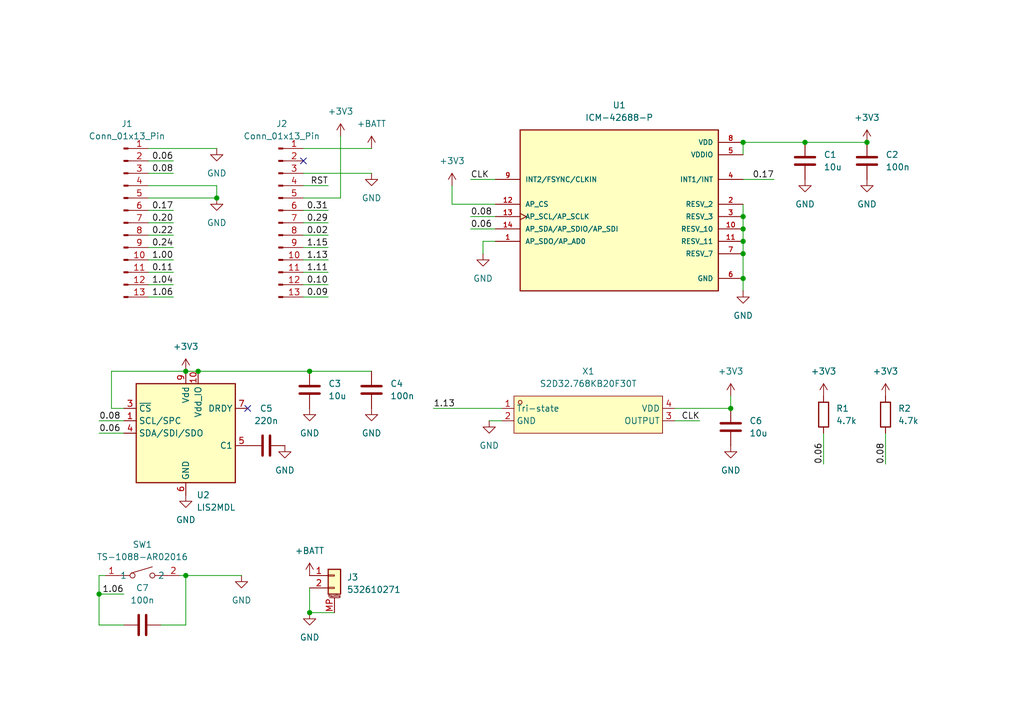
<source format=kicad_sch>
(kicad_sch
	(version 20231120)
	(generator "eeschema")
	(generator_version "8.0")
	(uuid "a3c54ff7-e77c-4bbd-89d8-0ee65d10cc91")
	(paper "A5")
	(lib_symbols
		(symbol "Connector:Conn_01x13_Pin"
			(pin_names
				(offset 1.016) hide)
			(exclude_from_sim no)
			(in_bom yes)
			(on_board yes)
			(property "Reference" "J"
				(at 0 17.78 0)
				(effects
					(font
						(size 1.27 1.27)
					)
				)
			)
			(property "Value" "Conn_01x13_Pin"
				(at 0 -17.78 0)
				(effects
					(font
						(size 1.27 1.27)
					)
				)
			)
			(property "Footprint" ""
				(at 0 0 0)
				(effects
					(font
						(size 1.27 1.27)
					)
					(hide yes)
				)
			)
			(property "Datasheet" "~"
				(at 0 0 0)
				(effects
					(font
						(size 1.27 1.27)
					)
					(hide yes)
				)
			)
			(property "Description" "Generic connector, single row, 01x13, script generated"
				(at 0 0 0)
				(effects
					(font
						(size 1.27 1.27)
					)
					(hide yes)
				)
			)
			(property "ki_locked" ""
				(at 0 0 0)
				(effects
					(font
						(size 1.27 1.27)
					)
				)
			)
			(property "ki_keywords" "connector"
				(at 0 0 0)
				(effects
					(font
						(size 1.27 1.27)
					)
					(hide yes)
				)
			)
			(property "ki_fp_filters" "Connector*:*_1x??_*"
				(at 0 0 0)
				(effects
					(font
						(size 1.27 1.27)
					)
					(hide yes)
				)
			)
			(symbol "Conn_01x13_Pin_1_1"
				(polyline
					(pts
						(xy 1.27 -15.24) (xy 0.8636 -15.24)
					)
					(stroke
						(width 0.1524)
						(type default)
					)
					(fill
						(type none)
					)
				)
				(polyline
					(pts
						(xy 1.27 -12.7) (xy 0.8636 -12.7)
					)
					(stroke
						(width 0.1524)
						(type default)
					)
					(fill
						(type none)
					)
				)
				(polyline
					(pts
						(xy 1.27 -10.16) (xy 0.8636 -10.16)
					)
					(stroke
						(width 0.1524)
						(type default)
					)
					(fill
						(type none)
					)
				)
				(polyline
					(pts
						(xy 1.27 -7.62) (xy 0.8636 -7.62)
					)
					(stroke
						(width 0.1524)
						(type default)
					)
					(fill
						(type none)
					)
				)
				(polyline
					(pts
						(xy 1.27 -5.08) (xy 0.8636 -5.08)
					)
					(stroke
						(width 0.1524)
						(type default)
					)
					(fill
						(type none)
					)
				)
				(polyline
					(pts
						(xy 1.27 -2.54) (xy 0.8636 -2.54)
					)
					(stroke
						(width 0.1524)
						(type default)
					)
					(fill
						(type none)
					)
				)
				(polyline
					(pts
						(xy 1.27 0) (xy 0.8636 0)
					)
					(stroke
						(width 0.1524)
						(type default)
					)
					(fill
						(type none)
					)
				)
				(polyline
					(pts
						(xy 1.27 2.54) (xy 0.8636 2.54)
					)
					(stroke
						(width 0.1524)
						(type default)
					)
					(fill
						(type none)
					)
				)
				(polyline
					(pts
						(xy 1.27 5.08) (xy 0.8636 5.08)
					)
					(stroke
						(width 0.1524)
						(type default)
					)
					(fill
						(type none)
					)
				)
				(polyline
					(pts
						(xy 1.27 7.62) (xy 0.8636 7.62)
					)
					(stroke
						(width 0.1524)
						(type default)
					)
					(fill
						(type none)
					)
				)
				(polyline
					(pts
						(xy 1.27 10.16) (xy 0.8636 10.16)
					)
					(stroke
						(width 0.1524)
						(type default)
					)
					(fill
						(type none)
					)
				)
				(polyline
					(pts
						(xy 1.27 12.7) (xy 0.8636 12.7)
					)
					(stroke
						(width 0.1524)
						(type default)
					)
					(fill
						(type none)
					)
				)
				(polyline
					(pts
						(xy 1.27 15.24) (xy 0.8636 15.24)
					)
					(stroke
						(width 0.1524)
						(type default)
					)
					(fill
						(type none)
					)
				)
				(rectangle
					(start 0.8636 -15.113)
					(end 0 -15.367)
					(stroke
						(width 0.1524)
						(type default)
					)
					(fill
						(type outline)
					)
				)
				(rectangle
					(start 0.8636 -12.573)
					(end 0 -12.827)
					(stroke
						(width 0.1524)
						(type default)
					)
					(fill
						(type outline)
					)
				)
				(rectangle
					(start 0.8636 -10.033)
					(end 0 -10.287)
					(stroke
						(width 0.1524)
						(type default)
					)
					(fill
						(type outline)
					)
				)
				(rectangle
					(start 0.8636 -7.493)
					(end 0 -7.747)
					(stroke
						(width 0.1524)
						(type default)
					)
					(fill
						(type outline)
					)
				)
				(rectangle
					(start 0.8636 -4.953)
					(end 0 -5.207)
					(stroke
						(width 0.1524)
						(type default)
					)
					(fill
						(type outline)
					)
				)
				(rectangle
					(start 0.8636 -2.413)
					(end 0 -2.667)
					(stroke
						(width 0.1524)
						(type default)
					)
					(fill
						(type outline)
					)
				)
				(rectangle
					(start 0.8636 0.127)
					(end 0 -0.127)
					(stroke
						(width 0.1524)
						(type default)
					)
					(fill
						(type outline)
					)
				)
				(rectangle
					(start 0.8636 2.667)
					(end 0 2.413)
					(stroke
						(width 0.1524)
						(type default)
					)
					(fill
						(type outline)
					)
				)
				(rectangle
					(start 0.8636 5.207)
					(end 0 4.953)
					(stroke
						(width 0.1524)
						(type default)
					)
					(fill
						(type outline)
					)
				)
				(rectangle
					(start 0.8636 7.747)
					(end 0 7.493)
					(stroke
						(width 0.1524)
						(type default)
					)
					(fill
						(type outline)
					)
				)
				(rectangle
					(start 0.8636 10.287)
					(end 0 10.033)
					(stroke
						(width 0.1524)
						(type default)
					)
					(fill
						(type outline)
					)
				)
				(rectangle
					(start 0.8636 12.827)
					(end 0 12.573)
					(stroke
						(width 0.1524)
						(type default)
					)
					(fill
						(type outline)
					)
				)
				(rectangle
					(start 0.8636 15.367)
					(end 0 15.113)
					(stroke
						(width 0.1524)
						(type default)
					)
					(fill
						(type outline)
					)
				)
				(pin passive line
					(at 5.08 15.24 180)
					(length 3.81)
					(name "Pin_1"
						(effects
							(font
								(size 1.27 1.27)
							)
						)
					)
					(number "1"
						(effects
							(font
								(size 1.27 1.27)
							)
						)
					)
				)
				(pin passive line
					(at 5.08 -7.62 180)
					(length 3.81)
					(name "Pin_10"
						(effects
							(font
								(size 1.27 1.27)
							)
						)
					)
					(number "10"
						(effects
							(font
								(size 1.27 1.27)
							)
						)
					)
				)
				(pin passive line
					(at 5.08 -10.16 180)
					(length 3.81)
					(name "Pin_11"
						(effects
							(font
								(size 1.27 1.27)
							)
						)
					)
					(number "11"
						(effects
							(font
								(size 1.27 1.27)
							)
						)
					)
				)
				(pin passive line
					(at 5.08 -12.7 180)
					(length 3.81)
					(name "Pin_12"
						(effects
							(font
								(size 1.27 1.27)
							)
						)
					)
					(number "12"
						(effects
							(font
								(size 1.27 1.27)
							)
						)
					)
				)
				(pin passive line
					(at 5.08 -15.24 180)
					(length 3.81)
					(name "Pin_13"
						(effects
							(font
								(size 1.27 1.27)
							)
						)
					)
					(number "13"
						(effects
							(font
								(size 1.27 1.27)
							)
						)
					)
				)
				(pin passive line
					(at 5.08 12.7 180)
					(length 3.81)
					(name "Pin_2"
						(effects
							(font
								(size 1.27 1.27)
							)
						)
					)
					(number "2"
						(effects
							(font
								(size 1.27 1.27)
							)
						)
					)
				)
				(pin passive line
					(at 5.08 10.16 180)
					(length 3.81)
					(name "Pin_3"
						(effects
							(font
								(size 1.27 1.27)
							)
						)
					)
					(number "3"
						(effects
							(font
								(size 1.27 1.27)
							)
						)
					)
				)
				(pin passive line
					(at 5.08 7.62 180)
					(length 3.81)
					(name "Pin_4"
						(effects
							(font
								(size 1.27 1.27)
							)
						)
					)
					(number "4"
						(effects
							(font
								(size 1.27 1.27)
							)
						)
					)
				)
				(pin passive line
					(at 5.08 5.08 180)
					(length 3.81)
					(name "Pin_5"
						(effects
							(font
								(size 1.27 1.27)
							)
						)
					)
					(number "5"
						(effects
							(font
								(size 1.27 1.27)
							)
						)
					)
				)
				(pin passive line
					(at 5.08 2.54 180)
					(length 3.81)
					(name "Pin_6"
						(effects
							(font
								(size 1.27 1.27)
							)
						)
					)
					(number "6"
						(effects
							(font
								(size 1.27 1.27)
							)
						)
					)
				)
				(pin passive line
					(at 5.08 0 180)
					(length 3.81)
					(name "Pin_7"
						(effects
							(font
								(size 1.27 1.27)
							)
						)
					)
					(number "7"
						(effects
							(font
								(size 1.27 1.27)
							)
						)
					)
				)
				(pin passive line
					(at 5.08 -2.54 180)
					(length 3.81)
					(name "Pin_8"
						(effects
							(font
								(size 1.27 1.27)
							)
						)
					)
					(number "8"
						(effects
							(font
								(size 1.27 1.27)
							)
						)
					)
				)
				(pin passive line
					(at 5.08 -5.08 180)
					(length 3.81)
					(name "Pin_9"
						(effects
							(font
								(size 1.27 1.27)
							)
						)
					)
					(number "9"
						(effects
							(font
								(size 1.27 1.27)
							)
						)
					)
				)
			)
		)
		(symbol "Connector_Generic_MountingPin:Conn_01x02_MountingPin"
			(pin_names
				(offset 1.016) hide)
			(exclude_from_sim no)
			(in_bom yes)
			(on_board yes)
			(property "Reference" "J"
				(at 0 2.54 0)
				(effects
					(font
						(size 1.27 1.27)
					)
				)
			)
			(property "Value" "Conn_01x02_MountingPin"
				(at 1.27 -5.08 0)
				(effects
					(font
						(size 1.27 1.27)
					)
					(justify left)
				)
			)
			(property "Footprint" ""
				(at 0 0 0)
				(effects
					(font
						(size 1.27 1.27)
					)
					(hide yes)
				)
			)
			(property "Datasheet" "~"
				(at 0 0 0)
				(effects
					(font
						(size 1.27 1.27)
					)
					(hide yes)
				)
			)
			(property "Description" "Generic connectable mounting pin connector, single row, 01x02, script generated (kicad-library-utils/schlib/autogen/connector/)"
				(at 0 0 0)
				(effects
					(font
						(size 1.27 1.27)
					)
					(hide yes)
				)
			)
			(property "ki_keywords" "connector"
				(at 0 0 0)
				(effects
					(font
						(size 1.27 1.27)
					)
					(hide yes)
				)
			)
			(property "ki_fp_filters" "Connector*:*_1x??-1MP*"
				(at 0 0 0)
				(effects
					(font
						(size 1.27 1.27)
					)
					(hide yes)
				)
			)
			(symbol "Conn_01x02_MountingPin_1_1"
				(rectangle
					(start -1.27 -2.413)
					(end 0 -2.667)
					(stroke
						(width 0.1524)
						(type default)
					)
					(fill
						(type none)
					)
				)
				(rectangle
					(start -1.27 0.127)
					(end 0 -0.127)
					(stroke
						(width 0.1524)
						(type default)
					)
					(fill
						(type none)
					)
				)
				(rectangle
					(start -1.27 1.27)
					(end 1.27 -3.81)
					(stroke
						(width 0.254)
						(type default)
					)
					(fill
						(type background)
					)
				)
				(polyline
					(pts
						(xy -1.016 -4.572) (xy 1.016 -4.572)
					)
					(stroke
						(width 0.1524)
						(type default)
					)
					(fill
						(type none)
					)
				)
				(text "Mounting"
					(at 0 -4.191 0)
					(effects
						(font
							(size 0.381 0.381)
						)
					)
				)
				(pin passive line
					(at -5.08 0 0)
					(length 3.81)
					(name "Pin_1"
						(effects
							(font
								(size 1.27 1.27)
							)
						)
					)
					(number "1"
						(effects
							(font
								(size 1.27 1.27)
							)
						)
					)
				)
				(pin passive line
					(at -5.08 -2.54 0)
					(length 3.81)
					(name "Pin_2"
						(effects
							(font
								(size 1.27 1.27)
							)
						)
					)
					(number "2"
						(effects
							(font
								(size 1.27 1.27)
							)
						)
					)
				)
				(pin passive line
					(at 0 -7.62 90)
					(length 3.048)
					(name "MountPin"
						(effects
							(font
								(size 1.27 1.27)
							)
						)
					)
					(number "MP"
						(effects
							(font
								(size 1.27 1.27)
							)
						)
					)
				)
			)
		)
		(symbol "Device:C"
			(pin_numbers hide)
			(pin_names
				(offset 0.254)
			)
			(exclude_from_sim no)
			(in_bom yes)
			(on_board yes)
			(property "Reference" "C"
				(at 0.635 2.54 0)
				(effects
					(font
						(size 1.27 1.27)
					)
					(justify left)
				)
			)
			(property "Value" "C"
				(at 0.635 -2.54 0)
				(effects
					(font
						(size 1.27 1.27)
					)
					(justify left)
				)
			)
			(property "Footprint" ""
				(at 0.9652 -3.81 0)
				(effects
					(font
						(size 1.27 1.27)
					)
					(hide yes)
				)
			)
			(property "Datasheet" "~"
				(at 0 0 0)
				(effects
					(font
						(size 1.27 1.27)
					)
					(hide yes)
				)
			)
			(property "Description" "Unpolarized capacitor"
				(at 0 0 0)
				(effects
					(font
						(size 1.27 1.27)
					)
					(hide yes)
				)
			)
			(property "ki_keywords" "cap capacitor"
				(at 0 0 0)
				(effects
					(font
						(size 1.27 1.27)
					)
					(hide yes)
				)
			)
			(property "ki_fp_filters" "C_*"
				(at 0 0 0)
				(effects
					(font
						(size 1.27 1.27)
					)
					(hide yes)
				)
			)
			(symbol "C_0_1"
				(polyline
					(pts
						(xy -2.032 -0.762) (xy 2.032 -0.762)
					)
					(stroke
						(width 0.508)
						(type default)
					)
					(fill
						(type none)
					)
				)
				(polyline
					(pts
						(xy -2.032 0.762) (xy 2.032 0.762)
					)
					(stroke
						(width 0.508)
						(type default)
					)
					(fill
						(type none)
					)
				)
			)
			(symbol "C_1_1"
				(pin passive line
					(at 0 3.81 270)
					(length 2.794)
					(name "~"
						(effects
							(font
								(size 1.27 1.27)
							)
						)
					)
					(number "1"
						(effects
							(font
								(size 1.27 1.27)
							)
						)
					)
				)
				(pin passive line
					(at 0 -3.81 90)
					(length 2.794)
					(name "~"
						(effects
							(font
								(size 1.27 1.27)
							)
						)
					)
					(number "2"
						(effects
							(font
								(size 1.27 1.27)
							)
						)
					)
				)
			)
		)
		(symbol "Device:R"
			(pin_numbers hide)
			(pin_names
				(offset 0)
			)
			(exclude_from_sim no)
			(in_bom yes)
			(on_board yes)
			(property "Reference" "R"
				(at 2.032 0 90)
				(effects
					(font
						(size 1.27 1.27)
					)
				)
			)
			(property "Value" "R"
				(at 0 0 90)
				(effects
					(font
						(size 1.27 1.27)
					)
				)
			)
			(property "Footprint" ""
				(at -1.778 0 90)
				(effects
					(font
						(size 1.27 1.27)
					)
					(hide yes)
				)
			)
			(property "Datasheet" "~"
				(at 0 0 0)
				(effects
					(font
						(size 1.27 1.27)
					)
					(hide yes)
				)
			)
			(property "Description" "Resistor"
				(at 0 0 0)
				(effects
					(font
						(size 1.27 1.27)
					)
					(hide yes)
				)
			)
			(property "ki_keywords" "R res resistor"
				(at 0 0 0)
				(effects
					(font
						(size 1.27 1.27)
					)
					(hide yes)
				)
			)
			(property "ki_fp_filters" "R_*"
				(at 0 0 0)
				(effects
					(font
						(size 1.27 1.27)
					)
					(hide yes)
				)
			)
			(symbol "R_0_1"
				(rectangle
					(start -1.016 -2.54)
					(end 1.016 2.54)
					(stroke
						(width 0.254)
						(type default)
					)
					(fill
						(type none)
					)
				)
			)
			(symbol "R_1_1"
				(pin passive line
					(at 0 3.81 270)
					(length 1.27)
					(name "~"
						(effects
							(font
								(size 1.27 1.27)
							)
						)
					)
					(number "1"
						(effects
							(font
								(size 1.27 1.27)
							)
						)
					)
				)
				(pin passive line
					(at 0 -3.81 90)
					(length 1.27)
					(name "~"
						(effects
							(font
								(size 1.27 1.27)
							)
						)
					)
					(number "2"
						(effects
							(font
								(size 1.27 1.27)
							)
						)
					)
				)
			)
		)
		(symbol "ICM-42688-P:ICM-42688-P"
			(pin_names
				(offset 1.016)
			)
			(exclude_from_sim no)
			(in_bom yes)
			(on_board yes)
			(property "Reference" "U"
				(at -20.32 16.002 0)
				(effects
					(font
						(size 1.27 1.27)
					)
					(justify left bottom)
				)
			)
			(property "Value" "ICM-42688-P"
				(at -20.32 -20.32 0)
				(effects
					(font
						(size 1.27 1.27)
					)
					(justify left bottom)
				)
			)
			(property "Footprint" "ICM-42688-P:PQFN50P300X250X97-14N"
				(at 0 0 0)
				(effects
					(font
						(size 1.27 1.27)
					)
					(justify bottom)
					(hide yes)
				)
			)
			(property "Datasheet" ""
				(at 0 0 0)
				(effects
					(font
						(size 1.27 1.27)
					)
					(hide yes)
				)
			)
			(property "Description" ""
				(at 0 0 0)
				(effects
					(font
						(size 1.27 1.27)
					)
					(hide yes)
				)
			)
			(property "PARTREV" "1.2"
				(at 0 0 0)
				(effects
					(font
						(size 1.27 1.27)
					)
					(justify bottom)
					(hide yes)
				)
			)
			(property "STANDARD" "IPC-7351B"
				(at 0 0 0)
				(effects
					(font
						(size 1.27 1.27)
					)
					(justify bottom)
					(hide yes)
				)
			)
			(property "MAXIMUM_PACKAGE_HEIGHT" "0.97mm"
				(at 0 0 0)
				(effects
					(font
						(size 1.27 1.27)
					)
					(justify bottom)
					(hide yes)
				)
			)
			(property "MANUFACTURER" "TDK InvenSense"
				(at 0 0 0)
				(effects
					(font
						(size 1.27 1.27)
					)
					(justify bottom)
					(hide yes)
				)
			)
			(symbol "ICM-42688-P_0_0"
				(rectangle
					(start -20.32 -17.78)
					(end 20.32 15.24)
					(stroke
						(width 0.254)
						(type default)
					)
					(fill
						(type background)
					)
				)
				(pin bidirectional line
					(at -25.4 -7.62 0)
					(length 5.08)
					(name "AP_SDO/AP_AD0"
						(effects
							(font
								(size 1.016 1.016)
							)
						)
					)
					(number "1"
						(effects
							(font
								(size 1.016 1.016)
							)
						)
					)
				)
				(pin passive line
					(at 25.4 -5.08 180)
					(length 5.08)
					(name "RESV_10"
						(effects
							(font
								(size 1.016 1.016)
							)
						)
					)
					(number "10"
						(effects
							(font
								(size 1.016 1.016)
							)
						)
					)
				)
				(pin passive line
					(at 25.4 -7.62 180)
					(length 5.08)
					(name "RESV_11"
						(effects
							(font
								(size 1.016 1.016)
							)
						)
					)
					(number "11"
						(effects
							(font
								(size 1.016 1.016)
							)
						)
					)
				)
				(pin input line
					(at -25.4 0 0)
					(length 5.08)
					(name "AP_CS"
						(effects
							(font
								(size 1.016 1.016)
							)
						)
					)
					(number "12"
						(effects
							(font
								(size 1.016 1.016)
							)
						)
					)
				)
				(pin input clock
					(at -25.4 -2.54 0)
					(length 5.08)
					(name "AP_SCL/AP_SCLK"
						(effects
							(font
								(size 1.016 1.016)
							)
						)
					)
					(number "13"
						(effects
							(font
								(size 1.016 1.016)
							)
						)
					)
				)
				(pin bidirectional line
					(at -25.4 -5.08 0)
					(length 5.08)
					(name "AP_SDA/AP_SDIO/AP_SDI"
						(effects
							(font
								(size 1.016 1.016)
							)
						)
					)
					(number "14"
						(effects
							(font
								(size 1.016 1.016)
							)
						)
					)
				)
				(pin passive line
					(at 25.4 0 180)
					(length 5.08)
					(name "RESV_2"
						(effects
							(font
								(size 1.016 1.016)
							)
						)
					)
					(number "2"
						(effects
							(font
								(size 1.016 1.016)
							)
						)
					)
				)
				(pin passive line
					(at 25.4 -2.54 180)
					(length 5.08)
					(name "RESV_3"
						(effects
							(font
								(size 1.016 1.016)
							)
						)
					)
					(number "3"
						(effects
							(font
								(size 1.016 1.016)
							)
						)
					)
				)
				(pin output line
					(at 25.4 5.08 180)
					(length 5.08)
					(name "INT1/INT"
						(effects
							(font
								(size 1.016 1.016)
							)
						)
					)
					(number "4"
						(effects
							(font
								(size 1.016 1.016)
							)
						)
					)
				)
				(pin power_in line
					(at 25.4 10.16 180)
					(length 5.08)
					(name "VDDIO"
						(effects
							(font
								(size 1.016 1.016)
							)
						)
					)
					(number "5"
						(effects
							(font
								(size 1.016 1.016)
							)
						)
					)
				)
				(pin power_in line
					(at 25.4 -15.24 180)
					(length 5.08)
					(name "GND"
						(effects
							(font
								(size 1.016 1.016)
							)
						)
					)
					(number "6"
						(effects
							(font
								(size 1.016 1.016)
							)
						)
					)
				)
				(pin passive line
					(at 25.4 -10.16 180)
					(length 5.08)
					(name "RESV_7"
						(effects
							(font
								(size 1.016 1.016)
							)
						)
					)
					(number "7"
						(effects
							(font
								(size 1.016 1.016)
							)
						)
					)
				)
				(pin power_in line
					(at 25.4 12.7 180)
					(length 5.08)
					(name "VDD"
						(effects
							(font
								(size 1.016 1.016)
							)
						)
					)
					(number "8"
						(effects
							(font
								(size 1.016 1.016)
							)
						)
					)
				)
				(pin bidirectional line
					(at -25.4 5.08 0)
					(length 5.08)
					(name "INT2/FSYNC/CLKIN"
						(effects
							(font
								(size 1.016 1.016)
							)
						)
					)
					(number "9"
						(effects
							(font
								(size 1.016 1.016)
							)
						)
					)
				)
			)
		)
		(symbol "Sensor_Magnetic:LIS2MDL"
			(exclude_from_sim no)
			(in_bom yes)
			(on_board yes)
			(property "Reference" "U"
				(at -8.89 11.43 0)
				(effects
					(font
						(size 1.27 1.27)
					)
				)
			)
			(property "Value" "LIS2MDL"
				(at 7.62 11.43 0)
				(effects
					(font
						(size 1.27 1.27)
					)
				)
			)
			(property "Footprint" "Package_LGA:LGA-12_2x2mm_P0.5mm"
				(at 30.48 -7.62 0)
				(effects
					(font
						(size 1.27 1.27)
					)
					(hide yes)
				)
			)
			(property "Datasheet" "https://www.st.com/resource/en/datasheet/lis2mdl.pdf"
				(at 38.1 -10.16 0)
				(effects
					(font
						(size 1.27 1.27)
					)
					(hide yes)
				)
			)
			(property "Description" "Ultra-low-power, 3-axis digital output magnetometer, LGA-12"
				(at 0 0 0)
				(effects
					(font
						(size 1.27 1.27)
					)
					(hide yes)
				)
			)
			(property "ki_keywords" "digital magnetometer"
				(at 0 0 0)
				(effects
					(font
						(size 1.27 1.27)
					)
					(hide yes)
				)
			)
			(property "ki_fp_filters" "LGA*2x2mm*P0.5mm*"
				(at 0 0 0)
				(effects
					(font
						(size 1.27 1.27)
					)
					(hide yes)
				)
			)
			(symbol "LIS2MDL_0_1"
				(rectangle
					(start -10.16 10.16)
					(end 10.16 -10.16)
					(stroke
						(width 0.254)
						(type default)
					)
					(fill
						(type background)
					)
				)
			)
			(symbol "LIS2MDL_1_1"
				(pin input line
					(at -12.7 2.54 0)
					(length 2.54)
					(name "SCL/SPC"
						(effects
							(font
								(size 1.27 1.27)
							)
						)
					)
					(number "1"
						(effects
							(font
								(size 1.27 1.27)
							)
						)
					)
				)
				(pin power_in line
					(at 2.54 12.7 270)
					(length 2.54)
					(name "Vdd_IO"
						(effects
							(font
								(size 1.27 1.27)
							)
						)
					)
					(number "10"
						(effects
							(font
								(size 1.27 1.27)
							)
						)
					)
				)
				(pin no_connect line
					(at -10.16 -7.62 0)
					(length 2.54) hide
					(name "NC"
						(effects
							(font
								(size 1.27 1.27)
							)
						)
					)
					(number "11"
						(effects
							(font
								(size 1.27 1.27)
							)
						)
					)
				)
				(pin no_connect line
					(at 10.16 -7.62 180)
					(length 2.54) hide
					(name "NC"
						(effects
							(font
								(size 1.27 1.27)
							)
						)
					)
					(number "12"
						(effects
							(font
								(size 1.27 1.27)
							)
						)
					)
				)
				(pin no_connect line
					(at -10.16 -5.08 0)
					(length 2.54) hide
					(name "NC"
						(effects
							(font
								(size 1.27 1.27)
							)
						)
					)
					(number "2"
						(effects
							(font
								(size 1.27 1.27)
							)
						)
					)
				)
				(pin input line
					(at -12.7 5.08 0)
					(length 2.54)
					(name "~{CS}"
						(effects
							(font
								(size 1.27 1.27)
							)
						)
					)
					(number "3"
						(effects
							(font
								(size 1.27 1.27)
							)
						)
					)
				)
				(pin bidirectional line
					(at -12.7 0 0)
					(length 2.54)
					(name "SDA/SDI/SDO"
						(effects
							(font
								(size 1.27 1.27)
							)
						)
					)
					(number "4"
						(effects
							(font
								(size 1.27 1.27)
							)
						)
					)
				)
				(pin power_out line
					(at 12.7 -2.54 180)
					(length 2.54)
					(name "C1"
						(effects
							(font
								(size 1.27 1.27)
							)
						)
					)
					(number "5"
						(effects
							(font
								(size 1.27 1.27)
							)
						)
					)
				)
				(pin power_in line
					(at 0 -12.7 90)
					(length 2.54)
					(name "GND"
						(effects
							(font
								(size 1.27 1.27)
							)
						)
					)
					(number "6"
						(effects
							(font
								(size 1.27 1.27)
							)
						)
					)
				)
				(pin output line
					(at 12.7 5.08 180)
					(length 2.54)
					(name "DRDY"
						(effects
							(font
								(size 1.27 1.27)
							)
						)
					)
					(number "7"
						(effects
							(font
								(size 1.27 1.27)
							)
						)
					)
					(alternate "INT" output line)
					(alternate "SDO" output line)
				)
				(pin passive line
					(at 0 -12.7 90)
					(length 2.54) hide
					(name "GND"
						(effects
							(font
								(size 1.27 1.27)
							)
						)
					)
					(number "8"
						(effects
							(font
								(size 1.27 1.27)
							)
						)
					)
				)
				(pin power_in line
					(at 0 12.7 270)
					(length 2.54)
					(name "Vdd"
						(effects
							(font
								(size 1.27 1.27)
							)
						)
					)
					(number "9"
						(effects
							(font
								(size 1.27 1.27)
							)
						)
					)
				)
			)
		)
		(symbol "nrfslime:S2D32.768KB20F30T"
			(exclude_from_sim no)
			(in_bom yes)
			(on_board yes)
			(property "Reference" "X"
				(at 0 6.35 0)
				(effects
					(font
						(size 1.27 1.27)
					)
				)
			)
			(property "Value" "S2D32.768KB20F30T"
				(at 0 -6.35 0)
				(effects
					(font
						(size 1.27 1.27)
					)
				)
			)
			(property "Footprint" "nrfslime:OSC-SMD_4P-L2.5-W2.0-BL"
				(at 0 -8.89 0)
				(effects
					(font
						(size 1.27 1.27)
					)
					(hide yes)
				)
			)
			(property "Datasheet" "https://lcsc.com/product-detail/SMD-Oscillators-XO_Shenzhen-SCTF-Elec-S2D32-768KB20F30T_C387463.html"
				(at 0 -11.43 0)
				(effects
					(font
						(size 1.27 1.27)
					)
					(hide yes)
				)
			)
			(property "Description" ""
				(at 0 0 0)
				(effects
					(font
						(size 1.27 1.27)
					)
					(hide yes)
				)
			)
			(property "LCSC Part" "C387463"
				(at 0 -13.97 0)
				(effects
					(font
						(size 1.27 1.27)
					)
					(hide yes)
				)
			)
			(symbol "S2D32.768KB20F30T_0_1"
				(rectangle
					(start -15.24 3.81)
					(end 15.24 -3.81)
					(stroke
						(width 0)
						(type default)
					)
					(fill
						(type background)
					)
				)
				(circle
					(center -13.97 2.54)
					(radius 0.38)
					(stroke
						(width 0)
						(type default)
					)
					(fill
						(type none)
					)
				)
				(pin unspecified line
					(at -17.78 1.27 0)
					(length 2.54)
					(name "Tri-state"
						(effects
							(font
								(size 1.27 1.27)
							)
						)
					)
					(number "1"
						(effects
							(font
								(size 1.27 1.27)
							)
						)
					)
				)
				(pin unspecified line
					(at -17.78 -1.27 0)
					(length 2.54)
					(name "GND"
						(effects
							(font
								(size 1.27 1.27)
							)
						)
					)
					(number "2"
						(effects
							(font
								(size 1.27 1.27)
							)
						)
					)
				)
				(pin unspecified line
					(at 17.78 -1.27 180)
					(length 2.54)
					(name "OUTPUT"
						(effects
							(font
								(size 1.27 1.27)
							)
						)
					)
					(number "3"
						(effects
							(font
								(size 1.27 1.27)
							)
						)
					)
				)
				(pin unspecified line
					(at 17.78 1.27 180)
					(length 2.54)
					(name "VDD"
						(effects
							(font
								(size 1.27 1.27)
							)
						)
					)
					(number "4"
						(effects
							(font
								(size 1.27 1.27)
							)
						)
					)
				)
			)
		)
		(symbol "nrfslime:TS-1088-AR02016"
			(exclude_from_sim no)
			(in_bom yes)
			(on_board yes)
			(property "Reference" "SW"
				(at 0 5.08 0)
				(effects
					(font
						(size 1.27 1.27)
					)
				)
			)
			(property "Value" "TS-1088-AR02016"
				(at 0 -5.08 0)
				(effects
					(font
						(size 1.27 1.27)
					)
				)
			)
			(property "Footprint" "nrfslime:SW-SMD_L3.9-W3.0-P4.45"
				(at 0 -7.62 0)
				(effects
					(font
						(size 1.27 1.27)
					)
					(hide yes)
				)
			)
			(property "Datasheet" "https://lcsc.com/product-detail/Tactile-Switches_XUNPU-TS-1088-AR02016_C720477.html"
				(at 0 -10.16 0)
				(effects
					(font
						(size 1.27 1.27)
					)
					(hide yes)
				)
			)
			(property "Description" ""
				(at 0 0 0)
				(effects
					(font
						(size 1.27 1.27)
					)
					(hide yes)
				)
			)
			(property "LCSC Part" "C720477"
				(at 0 -12.7 0)
				(effects
					(font
						(size 1.27 1.27)
					)
					(hide yes)
				)
			)
			(symbol "TS-1088-AR02016_0_1"
				(circle
					(center -2.03 0)
					(radius 0.51)
					(stroke
						(width 0)
						(type default)
					)
					(fill
						(type none)
					)
				)
				(polyline
					(pts
						(xy -5.08 0) (xy -2.54 0)
					)
					(stroke
						(width 0)
						(type default)
					)
					(fill
						(type none)
					)
				)
				(polyline
					(pts
						(xy -2.29 0.51) (xy 2.03 1.78)
					)
					(stroke
						(width 0)
						(type default)
					)
					(fill
						(type none)
					)
				)
				(polyline
					(pts
						(xy 5.08 0) (xy 2.54 0)
					)
					(stroke
						(width 0)
						(type default)
					)
					(fill
						(type none)
					)
				)
				(circle
					(center 2.03 0)
					(radius 0.51)
					(stroke
						(width 0)
						(type default)
					)
					(fill
						(type none)
					)
				)
				(pin unspecified line
					(at -7.62 0 0)
					(length 2.54)
					(name "1"
						(effects
							(font
								(size 1.27 1.27)
							)
						)
					)
					(number "1"
						(effects
							(font
								(size 1.27 1.27)
							)
						)
					)
				)
				(pin unspecified line
					(at 7.62 0 180)
					(length 2.54)
					(name "2"
						(effects
							(font
								(size 1.27 1.27)
							)
						)
					)
					(number "2"
						(effects
							(font
								(size 1.27 1.27)
							)
						)
					)
				)
			)
		)
		(symbol "power:+3V3"
			(power)
			(pin_numbers hide)
			(pin_names
				(offset 0) hide)
			(exclude_from_sim no)
			(in_bom yes)
			(on_board yes)
			(property "Reference" "#PWR"
				(at 0 -3.81 0)
				(effects
					(font
						(size 1.27 1.27)
					)
					(hide yes)
				)
			)
			(property "Value" "+3V3"
				(at 0 3.556 0)
				(effects
					(font
						(size 1.27 1.27)
					)
				)
			)
			(property "Footprint" ""
				(at 0 0 0)
				(effects
					(font
						(size 1.27 1.27)
					)
					(hide yes)
				)
			)
			(property "Datasheet" ""
				(at 0 0 0)
				(effects
					(font
						(size 1.27 1.27)
					)
					(hide yes)
				)
			)
			(property "Description" "Power symbol creates a global label with name \"+3V3\""
				(at 0 0 0)
				(effects
					(font
						(size 1.27 1.27)
					)
					(hide yes)
				)
			)
			(property "ki_keywords" "global power"
				(at 0 0 0)
				(effects
					(font
						(size 1.27 1.27)
					)
					(hide yes)
				)
			)
			(symbol "+3V3_0_1"
				(polyline
					(pts
						(xy -0.762 1.27) (xy 0 2.54)
					)
					(stroke
						(width 0)
						(type default)
					)
					(fill
						(type none)
					)
				)
				(polyline
					(pts
						(xy 0 0) (xy 0 2.54)
					)
					(stroke
						(width 0)
						(type default)
					)
					(fill
						(type none)
					)
				)
				(polyline
					(pts
						(xy 0 2.54) (xy 0.762 1.27)
					)
					(stroke
						(width 0)
						(type default)
					)
					(fill
						(type none)
					)
				)
			)
			(symbol "+3V3_1_1"
				(pin power_in line
					(at 0 0 90)
					(length 0)
					(name "~"
						(effects
							(font
								(size 1.27 1.27)
							)
						)
					)
					(number "1"
						(effects
							(font
								(size 1.27 1.27)
							)
						)
					)
				)
			)
		)
		(symbol "power:+BATT"
			(power)
			(pin_numbers hide)
			(pin_names
				(offset 0) hide)
			(exclude_from_sim no)
			(in_bom yes)
			(on_board yes)
			(property "Reference" "#PWR"
				(at 0 -3.81 0)
				(effects
					(font
						(size 1.27 1.27)
					)
					(hide yes)
				)
			)
			(property "Value" "+BATT"
				(at 0 3.556 0)
				(effects
					(font
						(size 1.27 1.27)
					)
				)
			)
			(property "Footprint" ""
				(at 0 0 0)
				(effects
					(font
						(size 1.27 1.27)
					)
					(hide yes)
				)
			)
			(property "Datasheet" ""
				(at 0 0 0)
				(effects
					(font
						(size 1.27 1.27)
					)
					(hide yes)
				)
			)
			(property "Description" "Power symbol creates a global label with name \"+BATT\""
				(at 0 0 0)
				(effects
					(font
						(size 1.27 1.27)
					)
					(hide yes)
				)
			)
			(property "ki_keywords" "global power battery"
				(at 0 0 0)
				(effects
					(font
						(size 1.27 1.27)
					)
					(hide yes)
				)
			)
			(symbol "+BATT_0_1"
				(polyline
					(pts
						(xy -0.762 1.27) (xy 0 2.54)
					)
					(stroke
						(width 0)
						(type default)
					)
					(fill
						(type none)
					)
				)
				(polyline
					(pts
						(xy 0 0) (xy 0 2.54)
					)
					(stroke
						(width 0)
						(type default)
					)
					(fill
						(type none)
					)
				)
				(polyline
					(pts
						(xy 0 2.54) (xy 0.762 1.27)
					)
					(stroke
						(width 0)
						(type default)
					)
					(fill
						(type none)
					)
				)
			)
			(symbol "+BATT_1_1"
				(pin power_in line
					(at 0 0 90)
					(length 0)
					(name "~"
						(effects
							(font
								(size 1.27 1.27)
							)
						)
					)
					(number "1"
						(effects
							(font
								(size 1.27 1.27)
							)
						)
					)
				)
			)
		)
		(symbol "power:GND"
			(power)
			(pin_numbers hide)
			(pin_names
				(offset 0) hide)
			(exclude_from_sim no)
			(in_bom yes)
			(on_board yes)
			(property "Reference" "#PWR"
				(at 0 -6.35 0)
				(effects
					(font
						(size 1.27 1.27)
					)
					(hide yes)
				)
			)
			(property "Value" "GND"
				(at 0 -3.81 0)
				(effects
					(font
						(size 1.27 1.27)
					)
				)
			)
			(property "Footprint" ""
				(at 0 0 0)
				(effects
					(font
						(size 1.27 1.27)
					)
					(hide yes)
				)
			)
			(property "Datasheet" ""
				(at 0 0 0)
				(effects
					(font
						(size 1.27 1.27)
					)
					(hide yes)
				)
			)
			(property "Description" "Power symbol creates a global label with name \"GND\" , ground"
				(at 0 0 0)
				(effects
					(font
						(size 1.27 1.27)
					)
					(hide yes)
				)
			)
			(property "ki_keywords" "global power"
				(at 0 0 0)
				(effects
					(font
						(size 1.27 1.27)
					)
					(hide yes)
				)
			)
			(symbol "GND_0_1"
				(polyline
					(pts
						(xy 0 0) (xy 0 -1.27) (xy 1.27 -1.27) (xy 0 -2.54) (xy -1.27 -1.27) (xy 0 -1.27)
					)
					(stroke
						(width 0)
						(type default)
					)
					(fill
						(type none)
					)
				)
			)
			(symbol "GND_1_1"
				(pin power_in line
					(at 0 0 270)
					(length 0)
					(name "~"
						(effects
							(font
								(size 1.27 1.27)
							)
						)
					)
					(number "1"
						(effects
							(font
								(size 1.27 1.27)
							)
						)
					)
				)
			)
		)
	)
	(junction
		(at 177.8 29.21)
		(diameter 0)
		(color 0 0 0 0)
		(uuid "1bc6de37-5aed-40d2-aae6-471815bc593e")
	)
	(junction
		(at 152.4 29.21)
		(diameter 0)
		(color 0 0 0 0)
		(uuid "1d330281-00a1-47c7-a2a7-1e38037efadb")
	)
	(junction
		(at 152.4 57.15)
		(diameter 0)
		(color 0 0 0 0)
		(uuid "20b1b144-e8b2-4ac4-8188-ca6459104011")
	)
	(junction
		(at 44.45 40.64)
		(diameter 0)
		(color 0 0 0 0)
		(uuid "40aa3b61-d7d8-43ce-8fea-cd09daee81c1")
	)
	(junction
		(at 152.4 46.99)
		(diameter 0)
		(color 0 0 0 0)
		(uuid "48887fc5-8e28-48fb-bf3a-1c6e16426ec6")
	)
	(junction
		(at 40.64 76.2)
		(diameter 0)
		(color 0 0 0 0)
		(uuid "79f5e17b-7270-4282-9ab6-d96f57d1a167")
	)
	(junction
		(at 149.86 83.82)
		(diameter 0)
		(color 0 0 0 0)
		(uuid "86a8a87a-8212-405d-ba02-548e6528849e")
	)
	(junction
		(at 38.1 76.2)
		(diameter 0)
		(color 0 0 0 0)
		(uuid "8d3f4013-5c58-4ca2-bd17-6666e509e059")
	)
	(junction
		(at 152.4 49.53)
		(diameter 0)
		(color 0 0 0 0)
		(uuid "ad92cac7-394e-4af3-91ee-f7eafcb0bd84")
	)
	(junction
		(at 152.4 52.07)
		(diameter 0)
		(color 0 0 0 0)
		(uuid "b402c3ba-406d-4949-a904-85e04dac931d")
	)
	(junction
		(at 38.1 118.11)
		(diameter 0)
		(color 0 0 0 0)
		(uuid "b5444df5-0226-4033-848d-028086bc627d")
	)
	(junction
		(at 63.5 125.73)
		(diameter 0)
		(color 0 0 0 0)
		(uuid "d792d0da-c4cf-4690-b5c1-a259ddd9898e")
	)
	(junction
		(at 152.4 44.45)
		(diameter 0)
		(color 0 0 0 0)
		(uuid "efc5203c-cf81-446e-b27c-2023293da6d5")
	)
	(junction
		(at 63.5 76.2)
		(diameter 0)
		(color 0 0 0 0)
		(uuid "f6b30d10-58fa-475c-9274-67b5ef9ebcb4")
	)
	(junction
		(at 20.32 121.92)
		(diameter 0)
		(color 0 0 0 0)
		(uuid "fd6fc369-d8c8-483c-9d2f-2b95b261ea2c")
	)
	(junction
		(at 165.1 29.21)
		(diameter 0)
		(color 0 0 0 0)
		(uuid "fdca1353-5daa-4801-9956-10218962069e")
	)
	(no_connect
		(at 62.23 33.02)
		(uuid "18d2f225-adb0-47a3-bd77-213d1cb7ad15")
	)
	(no_connect
		(at 50.8 83.82)
		(uuid "85e54774-9361-40fb-b991-9767b5ec5d5d")
	)
	(wire
		(pts
			(xy 99.06 49.53) (xy 99.06 52.07)
		)
		(stroke
			(width 0)
			(type default)
		)
		(uuid "0befbb34-d441-4102-a346-3d0cf971b2c0")
	)
	(wire
		(pts
			(xy 138.43 86.36) (xy 143.51 86.36)
		)
		(stroke
			(width 0)
			(type default)
		)
		(uuid "0d833e89-39cf-4a13-8b7d-44c063e94aa1")
	)
	(wire
		(pts
			(xy 62.23 30.48) (xy 76.2 30.48)
		)
		(stroke
			(width 0)
			(type default)
		)
		(uuid "10d88442-a769-4783-ab44-3ecc7b91db06")
	)
	(wire
		(pts
			(xy 30.48 43.18) (xy 35.56 43.18)
		)
		(stroke
			(width 0)
			(type default)
		)
		(uuid "14fb338a-4923-401e-806a-ac8f2a7754e9")
	)
	(wire
		(pts
			(xy 62.23 55.88) (xy 67.31 55.88)
		)
		(stroke
			(width 0)
			(type default)
		)
		(uuid "20cb7e81-0f2e-4116-a167-3febfdf18ef0")
	)
	(wire
		(pts
			(xy 100.33 86.36) (xy 102.87 86.36)
		)
		(stroke
			(width 0)
			(type default)
		)
		(uuid "22280108-d5f6-4dbd-a533-5a934d2311fa")
	)
	(wire
		(pts
			(xy 152.4 52.07) (xy 152.4 57.15)
		)
		(stroke
			(width 0)
			(type default)
		)
		(uuid "243da9c4-90ea-49df-bed1-057eb1fa8c3a")
	)
	(wire
		(pts
			(xy 30.48 33.02) (xy 35.56 33.02)
		)
		(stroke
			(width 0)
			(type default)
		)
		(uuid "24c3aa36-e29c-4d8f-a500-8e81f10b018d")
	)
	(wire
		(pts
			(xy 38.1 118.11) (xy 49.53 118.11)
		)
		(stroke
			(width 0)
			(type default)
		)
		(uuid "29e0dc58-0afb-4643-8eac-919ab7bcca79")
	)
	(wire
		(pts
			(xy 62.23 50.8) (xy 67.31 50.8)
		)
		(stroke
			(width 0)
			(type default)
		)
		(uuid "2cb394aa-605e-43d2-9ae6-2b4f0c9fc188")
	)
	(wire
		(pts
			(xy 63.5 125.73) (xy 68.58 125.73)
		)
		(stroke
			(width 0)
			(type default)
		)
		(uuid "355ad552-de7b-4837-b37e-7ef75a05dca3")
	)
	(wire
		(pts
			(xy 181.61 88.9) (xy 181.61 95.25)
		)
		(stroke
			(width 0)
			(type default)
		)
		(uuid "370dfabd-3bc4-4754-a44c-7e6f9ba0aebd")
	)
	(wire
		(pts
			(xy 92.71 41.91) (xy 101.6 41.91)
		)
		(stroke
			(width 0)
			(type default)
		)
		(uuid "383f5756-99ed-4263-a2c5-3bc3321e657e")
	)
	(wire
		(pts
			(xy 20.32 118.11) (xy 20.32 121.92)
		)
		(stroke
			(width 0)
			(type default)
		)
		(uuid "3a8f8263-0877-4fe8-9598-6af402f18cce")
	)
	(wire
		(pts
			(xy 33.02 128.27) (xy 38.1 128.27)
		)
		(stroke
			(width 0)
			(type default)
		)
		(uuid "3a9ae246-485c-494d-be0f-47cbe8da273d")
	)
	(wire
		(pts
			(xy 62.23 35.56) (xy 76.2 35.56)
		)
		(stroke
			(width 0)
			(type default)
		)
		(uuid "3b0e6266-8f80-4edf-9743-c4d6721557a1")
	)
	(wire
		(pts
			(xy 101.6 49.53) (xy 99.06 49.53)
		)
		(stroke
			(width 0)
			(type default)
		)
		(uuid "4409b201-9e75-43af-91a0-99f0fa079003")
	)
	(wire
		(pts
			(xy 62.23 40.64) (xy 69.85 40.64)
		)
		(stroke
			(width 0)
			(type default)
		)
		(uuid "464c4b3d-ba7f-4a35-9e97-39566217a0cf")
	)
	(wire
		(pts
			(xy 168.91 88.9) (xy 168.91 95.25)
		)
		(stroke
			(width 0)
			(type default)
		)
		(uuid "579e68d0-3325-45c5-a267-2781cf48354c")
	)
	(wire
		(pts
			(xy 40.64 76.2) (xy 63.5 76.2)
		)
		(stroke
			(width 0)
			(type default)
		)
		(uuid "5879755a-af75-486b-b00b-13eff686730a")
	)
	(wire
		(pts
			(xy 30.48 40.64) (xy 44.45 40.64)
		)
		(stroke
			(width 0)
			(type default)
		)
		(uuid "5bab0e86-86e6-45dc-a281-a8aaa52bf9b3")
	)
	(wire
		(pts
			(xy 62.23 53.34) (xy 67.31 53.34)
		)
		(stroke
			(width 0)
			(type default)
		)
		(uuid "64bd4d00-12d5-491b-a7f9-452c26566e1d")
	)
	(wire
		(pts
			(xy 30.48 38.1) (xy 44.45 38.1)
		)
		(stroke
			(width 0)
			(type default)
		)
		(uuid "67989ed9-7477-4979-967c-ef6669e86e59")
	)
	(wire
		(pts
			(xy 62.23 43.18) (xy 67.31 43.18)
		)
		(stroke
			(width 0)
			(type default)
		)
		(uuid "6a2550c4-145a-4935-9ece-2c4dbc3c1a4e")
	)
	(wire
		(pts
			(xy 38.1 128.27) (xy 38.1 118.11)
		)
		(stroke
			(width 0)
			(type default)
		)
		(uuid "7443b5f5-5448-4a29-9f9c-47f3385955cf")
	)
	(wire
		(pts
			(xy 88.9 83.82) (xy 102.87 83.82)
		)
		(stroke
			(width 0)
			(type default)
		)
		(uuid "7632915c-6306-4141-b591-a7e0d34da3d4")
	)
	(wire
		(pts
			(xy 62.23 48.26) (xy 67.31 48.26)
		)
		(stroke
			(width 0)
			(type default)
		)
		(uuid "78d014ac-0830-4c53-a8d8-bfa37f1016ec")
	)
	(wire
		(pts
			(xy 30.48 55.88) (xy 35.56 55.88)
		)
		(stroke
			(width 0)
			(type default)
		)
		(uuid "79b0004e-0d42-4ba8-a68f-c97816932461")
	)
	(wire
		(pts
			(xy 62.23 38.1) (xy 67.31 38.1)
		)
		(stroke
			(width 0)
			(type default)
		)
		(uuid "83dc79e5-82a7-4d9d-bbc1-ad8fa5f50335")
	)
	(wire
		(pts
			(xy 92.71 38.1) (xy 92.71 41.91)
		)
		(stroke
			(width 0)
			(type default)
		)
		(uuid "85618221-e318-4587-a8fb-cdb0761b8d87")
	)
	(wire
		(pts
			(xy 152.4 41.91) (xy 152.4 44.45)
		)
		(stroke
			(width 0)
			(type default)
		)
		(uuid "8b68577a-4537-4f1f-85e3-ec52bd90b480")
	)
	(wire
		(pts
			(xy 149.86 81.28) (xy 149.86 83.82)
		)
		(stroke
			(width 0)
			(type default)
		)
		(uuid "91139ab5-effc-463f-b1f1-616e05a2cf1b")
	)
	(wire
		(pts
			(xy 158.75 36.83) (xy 152.4 36.83)
		)
		(stroke
			(width 0)
			(type default)
		)
		(uuid "9833cb00-4f0f-4a90-a129-8bbec695afc5")
	)
	(wire
		(pts
			(xy 20.32 86.36) (xy 25.4 86.36)
		)
		(stroke
			(width 0)
			(type default)
		)
		(uuid "99ad8451-46ee-43ff-9fc2-71e0763271d9")
	)
	(wire
		(pts
			(xy 30.48 45.72) (xy 35.56 45.72)
		)
		(stroke
			(width 0)
			(type default)
		)
		(uuid "99b25b65-c93d-455e-895c-4cfd8a08dc5d")
	)
	(wire
		(pts
			(xy 96.52 46.99) (xy 101.6 46.99)
		)
		(stroke
			(width 0)
			(type default)
		)
		(uuid "9b718af1-c0a5-4da1-bc52-bde2dc827b72")
	)
	(wire
		(pts
			(xy 30.48 48.26) (xy 35.56 48.26)
		)
		(stroke
			(width 0)
			(type default)
		)
		(uuid "9e646f49-14c5-4e9f-833c-7258d02301f7")
	)
	(wire
		(pts
			(xy 96.52 36.83) (xy 101.6 36.83)
		)
		(stroke
			(width 0)
			(type default)
		)
		(uuid "a13a24ee-a3ab-4a47-ab9e-d4dccbbc59eb")
	)
	(wire
		(pts
			(xy 44.45 38.1) (xy 44.45 40.64)
		)
		(stroke
			(width 0)
			(type default)
		)
		(uuid "a34623c6-baa7-409f-8ab9-b7d72569e4d0")
	)
	(wire
		(pts
			(xy 30.48 58.42) (xy 35.56 58.42)
		)
		(stroke
			(width 0)
			(type default)
		)
		(uuid "a489364f-76f0-4cf4-9096-86bcb03ce988")
	)
	(wire
		(pts
			(xy 36.83 118.11) (xy 38.1 118.11)
		)
		(stroke
			(width 0)
			(type default)
		)
		(uuid "aaec825e-5f80-4f91-9a43-0987e903da50")
	)
	(wire
		(pts
			(xy 63.5 120.65) (xy 63.5 125.73)
		)
		(stroke
			(width 0)
			(type default)
		)
		(uuid "ab62a353-ddff-4c5b-9186-ff0bc54a227e")
	)
	(wire
		(pts
			(xy 38.1 76.2) (xy 22.86 76.2)
		)
		(stroke
			(width 0)
			(type default)
		)
		(uuid "ac2caa22-2365-41bd-ab39-27f1773df78e")
	)
	(wire
		(pts
			(xy 152.4 49.53) (xy 152.4 52.07)
		)
		(stroke
			(width 0)
			(type default)
		)
		(uuid "b0a6a986-5914-46a3-91ef-4df037a20d05")
	)
	(wire
		(pts
			(xy 62.23 60.96) (xy 67.31 60.96)
		)
		(stroke
			(width 0)
			(type default)
		)
		(uuid "b790293b-8d3f-4bcb-88bf-aca0d7d06dcc")
	)
	(wire
		(pts
			(xy 20.32 128.27) (xy 20.32 121.92)
		)
		(stroke
			(width 0)
			(type default)
		)
		(uuid "b94855e1-2bee-476b-b5a7-79099d1a8bea")
	)
	(wire
		(pts
			(xy 138.43 83.82) (xy 149.86 83.82)
		)
		(stroke
			(width 0)
			(type default)
		)
		(uuid "bd2a88d1-c599-41e6-afc5-52e1eaf4fcab")
	)
	(wire
		(pts
			(xy 38.1 76.2) (xy 40.64 76.2)
		)
		(stroke
			(width 0)
			(type default)
		)
		(uuid "c3ad7e2c-48c4-491c-bbb1-4fad82f57b22")
	)
	(wire
		(pts
			(xy 20.32 118.11) (xy 21.59 118.11)
		)
		(stroke
			(width 0)
			(type default)
		)
		(uuid "c47470d7-0342-4a12-b42c-b5e5fd0ffbd0")
	)
	(wire
		(pts
			(xy 152.4 44.45) (xy 152.4 46.99)
		)
		(stroke
			(width 0)
			(type default)
		)
		(uuid "c6ee578b-a750-4115-a894-d340bacf4f42")
	)
	(wire
		(pts
			(xy 152.4 29.21) (xy 165.1 29.21)
		)
		(stroke
			(width 0)
			(type default)
		)
		(uuid "d0b215d9-7415-446f-96aa-7bcd9d763798")
	)
	(wire
		(pts
			(xy 152.4 57.15) (xy 152.4 59.69)
		)
		(stroke
			(width 0)
			(type default)
		)
		(uuid "d29d8384-064a-4d5d-b2a4-b5f97f00a621")
	)
	(wire
		(pts
			(xy 165.1 29.21) (xy 177.8 29.21)
		)
		(stroke
			(width 0)
			(type default)
		)
		(uuid "d45b4b76-1c6f-43e2-8fbd-6556983629ac")
	)
	(wire
		(pts
			(xy 20.32 121.92) (xy 25.4 121.92)
		)
		(stroke
			(width 0)
			(type default)
		)
		(uuid "d473cfbd-a067-4b38-a234-9de2b06d3079")
	)
	(wire
		(pts
			(xy 30.48 50.8) (xy 35.56 50.8)
		)
		(stroke
			(width 0)
			(type default)
		)
		(uuid "d86070c1-2553-43c6-b4e0-33e2b930606f")
	)
	(wire
		(pts
			(xy 30.48 30.48) (xy 44.45 30.48)
		)
		(stroke
			(width 0)
			(type default)
		)
		(uuid "d8d587cd-131e-452c-aaae-e208f0d7b96f")
	)
	(wire
		(pts
			(xy 62.23 45.72) (xy 67.31 45.72)
		)
		(stroke
			(width 0)
			(type default)
		)
		(uuid "dadae56d-d30a-4890-8904-4e5ebdef7479")
	)
	(wire
		(pts
			(xy 96.52 44.45) (xy 101.6 44.45)
		)
		(stroke
			(width 0)
			(type default)
		)
		(uuid "dd8c8a72-2f3a-4d13-9a70-05a5b8756755")
	)
	(wire
		(pts
			(xy 69.85 27.94) (xy 69.85 40.64)
		)
		(stroke
			(width 0)
			(type default)
		)
		(uuid "e1490577-0099-4d58-aafc-482eae33919b")
	)
	(wire
		(pts
			(xy 30.48 35.56) (xy 35.56 35.56)
		)
		(stroke
			(width 0)
			(type default)
		)
		(uuid "e1679b9f-09b6-49b6-988b-136422abffcd")
	)
	(wire
		(pts
			(xy 30.48 60.96) (xy 35.56 60.96)
		)
		(stroke
			(width 0)
			(type default)
		)
		(uuid "e293c1ea-b7e9-4c9d-b653-73bd5ed6bf54")
	)
	(wire
		(pts
			(xy 20.32 88.9) (xy 25.4 88.9)
		)
		(stroke
			(width 0)
			(type default)
		)
		(uuid "e5277db7-b789-4773-87b1-a9f95d26b061")
	)
	(wire
		(pts
			(xy 152.4 31.75) (xy 152.4 29.21)
		)
		(stroke
			(width 0)
			(type default)
		)
		(uuid "e6f20381-b974-4011-815d-cb6157992acd")
	)
	(wire
		(pts
			(xy 22.86 83.82) (xy 25.4 83.82)
		)
		(stroke
			(width 0)
			(type default)
		)
		(uuid "e8fc4b56-9952-44d4-bc16-0259c3464180")
	)
	(wire
		(pts
			(xy 22.86 76.2) (xy 22.86 83.82)
		)
		(stroke
			(width 0)
			(type default)
		)
		(uuid "ea8d0a3c-362b-4422-a2d3-7e33f0b9eb3f")
	)
	(wire
		(pts
			(xy 25.4 128.27) (xy 20.32 128.27)
		)
		(stroke
			(width 0)
			(type default)
		)
		(uuid "ec4e015b-394e-47f1-914f-e1bfeed6cc1c")
	)
	(wire
		(pts
			(xy 62.23 58.42) (xy 67.31 58.42)
		)
		(stroke
			(width 0)
			(type default)
		)
		(uuid "edb16d47-41c9-4def-891d-5caaacd0863d")
	)
	(wire
		(pts
			(xy 30.48 53.34) (xy 35.56 53.34)
		)
		(stroke
			(width 0)
			(type default)
		)
		(uuid "f843a53f-c3dd-4aeb-8e61-04b2c27cb2b7")
	)
	(wire
		(pts
			(xy 152.4 46.99) (xy 152.4 49.53)
		)
		(stroke
			(width 0)
			(type default)
		)
		(uuid "fa28f9dc-a1b8-4541-86f9-4b95ae0e4e39")
	)
	(wire
		(pts
			(xy 63.5 76.2) (xy 76.2 76.2)
		)
		(stroke
			(width 0)
			(type default)
		)
		(uuid "fcb4475e-3b2a-470a-855c-41cb0d0332f3")
	)
	(label "0.17"
		(at 158.75 36.83 180)
		(fields_autoplaced yes)
		(effects
			(font
				(size 1.27 1.27)
			)
			(justify right bottom)
		)
		(uuid "06933e77-a1bf-4914-91cb-f698ec0ce7d4")
	)
	(label "0.11"
		(at 35.56 55.88 180)
		(fields_autoplaced yes)
		(effects
			(font
				(size 1.27 1.27)
			)
			(justify right bottom)
		)
		(uuid "06f30604-a738-4e6c-8fea-1b520e93f729")
	)
	(label "1.06"
		(at 35.56 60.96 180)
		(fields_autoplaced yes)
		(effects
			(font
				(size 1.27 1.27)
			)
			(justify right bottom)
		)
		(uuid "11223ed7-5cec-4591-a8c5-6dea30fbfb30")
	)
	(label "0.08"
		(at 181.61 95.25 90)
		(fields_autoplaced yes)
		(effects
			(font
				(size 1.27 1.27)
			)
			(justify left bottom)
		)
		(uuid "13f62f9e-bad3-4fed-8833-9766abaa6c8d")
	)
	(label "0.20"
		(at 35.56 45.72 180)
		(fields_autoplaced yes)
		(effects
			(font
				(size 1.27 1.27)
			)
			(justify right bottom)
		)
		(uuid "151fcc6c-ee84-44fb-842b-10d72b78b3cf")
	)
	(label "0.17"
		(at 35.56 43.18 180)
		(fields_autoplaced yes)
		(effects
			(font
				(size 1.27 1.27)
			)
			(justify right bottom)
		)
		(uuid "1d0afe44-ea17-4e1e-8630-e64cf1c9b4a3")
	)
	(label "0.06"
		(at 168.91 95.25 90)
		(fields_autoplaced yes)
		(effects
			(font
				(size 1.27 1.27)
			)
			(justify left bottom)
		)
		(uuid "1ec0a1d7-77bb-437e-8ca7-73f4c43e3d48")
	)
	(label "1.13"
		(at 67.31 53.34 180)
		(fields_autoplaced yes)
		(effects
			(font
				(size 1.27 1.27)
			)
			(justify right bottom)
		)
		(uuid "3cb63b31-cf9e-4522-ab5e-1fc991e37d41")
	)
	(label "1.13"
		(at 88.9 83.82 0)
		(fields_autoplaced yes)
		(effects
			(font
				(size 1.27 1.27)
			)
			(justify left bottom)
		)
		(uuid "4ea3776b-5c0d-42c7-9942-833eedd45a8d")
	)
	(label "0.22"
		(at 35.56 48.26 180)
		(fields_autoplaced yes)
		(effects
			(font
				(size 1.27 1.27)
			)
			(justify right bottom)
		)
		(uuid "4fa8068f-bf76-40a3-9973-f0e798ad0dca")
	)
	(label "0.06"
		(at 35.56 33.02 180)
		(fields_autoplaced yes)
		(effects
			(font
				(size 1.27 1.27)
			)
			(justify right bottom)
		)
		(uuid "52737ea4-2c3f-48dc-a40c-9243b218096c")
	)
	(label "CLK"
		(at 143.51 86.36 180)
		(fields_autoplaced yes)
		(effects
			(font
				(size 1.27 1.27)
			)
			(justify right bottom)
		)
		(uuid "61d7e504-ac9b-4981-98da-61db5ba69752")
	)
	(label "0.29"
		(at 67.31 45.72 180)
		(fields_autoplaced yes)
		(effects
			(font
				(size 1.27 1.27)
			)
			(justify right bottom)
		)
		(uuid "7857fc9f-047d-496b-8884-360c855bd199")
	)
	(label "CLK"
		(at 96.52 36.83 0)
		(fields_autoplaced yes)
		(effects
			(font
				(size 1.27 1.27)
			)
			(justify left bottom)
		)
		(uuid "78d0f7dd-3b98-43dd-b806-2b926b4b9835")
	)
	(label "1.06"
		(at 25.4 121.92 180)
		(fields_autoplaced yes)
		(effects
			(font
				(size 1.27 1.27)
			)
			(justify right bottom)
		)
		(uuid "80938001-e345-4ba3-ae0d-e8aae3b934bf")
	)
	(label "0.06"
		(at 20.32 88.9 0)
		(fields_autoplaced yes)
		(effects
			(font
				(size 1.27 1.27)
			)
			(justify left bottom)
		)
		(uuid "885d6ce9-c9e3-4603-905c-ec4b7788ac3c")
	)
	(label "0.09"
		(at 67.31 60.96 180)
		(fields_autoplaced yes)
		(effects
			(font
				(size 1.27 1.27)
			)
			(justify right bottom)
		)
		(uuid "8cc060c9-65e7-4279-a5e4-beb30a2e61d0")
	)
	(label "0.08"
		(at 96.52 44.45 0)
		(fields_autoplaced yes)
		(effects
			(font
				(size 1.27 1.27)
			)
			(justify left bottom)
		)
		(uuid "8daed648-2d86-4800-acb9-7fc18b694f10")
	)
	(label "0.10"
		(at 67.31 58.42 180)
		(fields_autoplaced yes)
		(effects
			(font
				(size 1.27 1.27)
			)
			(justify right bottom)
		)
		(uuid "8e0c0f47-e020-4f3f-a1f8-e4835c5e1c42")
	)
	(label "1.11"
		(at 67.31 55.88 180)
		(fields_autoplaced yes)
		(effects
			(font
				(size 1.27 1.27)
			)
			(justify right bottom)
		)
		(uuid "92736261-2715-402a-b0e1-864fda0b1e37")
	)
	(label "0.06"
		(at 96.52 46.99 0)
		(fields_autoplaced yes)
		(effects
			(font
				(size 1.27 1.27)
			)
			(justify left bottom)
		)
		(uuid "942bf338-af15-46b2-a875-2295edc0cb1f")
	)
	(label "RST"
		(at 67.31 38.1 180)
		(fields_autoplaced yes)
		(effects
			(font
				(size 1.27 1.27)
			)
			(justify right bottom)
		)
		(uuid "995be9c8-59f8-41d0-b6c9-220d7913b4fe")
	)
	(label "0.31"
		(at 67.31 43.18 180)
		(fields_autoplaced yes)
		(effects
			(font
				(size 1.27 1.27)
			)
			(justify right bottom)
		)
		(uuid "9a00136f-53db-42da-bb45-b6a8dd7056c8")
	)
	(label "0.08"
		(at 35.56 35.56 180)
		(fields_autoplaced yes)
		(effects
			(font
				(size 1.27 1.27)
			)
			(justify right bottom)
		)
		(uuid "ac318e95-0de6-49f5-b468-52a91dd11b2d")
	)
	(label "0.02"
		(at 67.31 48.26 180)
		(fields_autoplaced yes)
		(effects
			(font
				(size 1.27 1.27)
			)
			(justify right bottom)
		)
		(uuid "bde75c06-d2c6-48e2-8042-4e8a564c1e8d")
	)
	(label "0.08"
		(at 20.32 86.36 0)
		(fields_autoplaced yes)
		(effects
			(font
				(size 1.27 1.27)
			)
			(justify left bottom)
		)
		(uuid "cc7b9ab7-646a-42d3-a84a-c0df1d1a5263")
	)
	(label "1.04"
		(at 35.56 58.42 180)
		(fields_autoplaced yes)
		(effects
			(font
				(size 1.27 1.27)
			)
			(justify right bottom)
		)
		(uuid "d776646c-e243-401d-91fb-74cb5cef8276")
	)
	(label "1.15"
		(at 67.31 50.8 180)
		(fields_autoplaced yes)
		(effects
			(font
				(size 1.27 1.27)
			)
			(justify right bottom)
		)
		(uuid "eb28adbd-aeaa-4204-b666-96bd3f2c5835")
	)
	(label "1.00"
		(at 35.56 53.34 180)
		(fields_autoplaced yes)
		(effects
			(font
				(size 1.27 1.27)
			)
			(justify right bottom)
		)
		(uuid "f01f8e19-6473-4d47-813a-93358660f69b")
	)
	(label "0.24"
		(at 35.56 50.8 180)
		(fields_autoplaced yes)
		(effects
			(font
				(size 1.27 1.27)
			)
			(justify right bottom)
		)
		(uuid "f0ef52c6-8318-4f49-b85b-cd8f98936b5f")
	)
	(symbol
		(lib_id "power:GND")
		(at 149.86 91.44 0)
		(unit 1)
		(exclude_from_sim no)
		(in_bom yes)
		(on_board yes)
		(dnp no)
		(fields_autoplaced yes)
		(uuid "0024b4ae-6aa5-486a-962f-b7af15825bb6")
		(property "Reference" "#PWR020"
			(at 149.86 97.79 0)
			(effects
				(font
					(size 1.27 1.27)
				)
				(hide yes)
			)
		)
		(property "Value" "GND"
			(at 149.86 96.52 0)
			(effects
				(font
					(size 1.27 1.27)
				)
			)
		)
		(property "Footprint" ""
			(at 149.86 91.44 0)
			(effects
				(font
					(size 1.27 1.27)
				)
				(hide yes)
			)
		)
		(property "Datasheet" ""
			(at 149.86 91.44 0)
			(effects
				(font
					(size 1.27 1.27)
				)
				(hide yes)
			)
		)
		(property "Description" "Power symbol creates a global label with name \"GND\" , ground"
			(at 149.86 91.44 0)
			(effects
				(font
					(size 1.27 1.27)
				)
				(hide yes)
			)
		)
		(pin "1"
			(uuid "fc884c13-96da-44f7-b044-986db4534f42")
		)
		(instances
			(project "nrfmicroslime"
				(path "/a3c54ff7-e77c-4bbd-89d8-0ee65d10cc91"
					(reference "#PWR020")
					(unit 1)
				)
			)
		)
	)
	(symbol
		(lib_id "power:GND")
		(at 44.45 40.64 0)
		(unit 1)
		(exclude_from_sim no)
		(in_bom yes)
		(on_board yes)
		(dnp no)
		(fields_autoplaced yes)
		(uuid "02925d89-1513-4955-b247-b2dddb45aa6d")
		(property "Reference" "#PWR012"
			(at 44.45 46.99 0)
			(effects
				(font
					(size 1.27 1.27)
				)
				(hide yes)
			)
		)
		(property "Value" "GND"
			(at 44.45 45.72 0)
			(effects
				(font
					(size 1.27 1.27)
				)
			)
		)
		(property "Footprint" ""
			(at 44.45 40.64 0)
			(effects
				(font
					(size 1.27 1.27)
				)
				(hide yes)
			)
		)
		(property "Datasheet" ""
			(at 44.45 40.64 0)
			(effects
				(font
					(size 1.27 1.27)
				)
				(hide yes)
			)
		)
		(property "Description" "Power symbol creates a global label with name \"GND\" , ground"
			(at 44.45 40.64 0)
			(effects
				(font
					(size 1.27 1.27)
				)
				(hide yes)
			)
		)
		(pin "1"
			(uuid "5dcf552c-2c9f-482e-a92d-d3a1bbc42e8f")
		)
		(instances
			(project "nrfmicroslime"
				(path "/a3c54ff7-e77c-4bbd-89d8-0ee65d10cc91"
					(reference "#PWR012")
					(unit 1)
				)
			)
		)
	)
	(symbol
		(lib_id "Device:C")
		(at 29.21 128.27 90)
		(unit 1)
		(exclude_from_sim no)
		(in_bom yes)
		(on_board yes)
		(dnp no)
		(fields_autoplaced yes)
		(uuid "043dcb9d-e7a4-4f49-b1a5-d905f5493b75")
		(property "Reference" "C7"
			(at 29.21 120.65 90)
			(effects
				(font
					(size 1.27 1.27)
				)
			)
		)
		(property "Value" "100n"
			(at 29.21 123.19 90)
			(effects
				(font
					(size 1.27 1.27)
				)
			)
		)
		(property "Footprint" "Capacitor_SMD:C_0402_1005Metric"
			(at 33.02 127.3048 0)
			(effects
				(font
					(size 1.27 1.27)
				)
				(hide yes)
			)
		)
		(property "Datasheet" "~"
			(at 29.21 128.27 0)
			(effects
				(font
					(size 1.27 1.27)
				)
				(hide yes)
			)
		)
		(property "Description" "Unpolarized capacitor"
			(at 29.21 128.27 0)
			(effects
				(font
					(size 1.27 1.27)
				)
				(hide yes)
			)
		)
		(pin "1"
			(uuid "1723515a-07a4-4a32-8155-f4d3cd040dc2")
		)
		(pin "2"
			(uuid "d02e8e0e-b09a-48f0-9538-089621c40ec8")
		)
		(instances
			(project "nrfmicroslime"
				(path "/a3c54ff7-e77c-4bbd-89d8-0ee65d10cc91"
					(reference "C7")
					(unit 1)
				)
			)
		)
	)
	(symbol
		(lib_id "power:+3V3")
		(at 177.8 29.21 0)
		(unit 1)
		(exclude_from_sim no)
		(in_bom yes)
		(on_board yes)
		(dnp no)
		(fields_autoplaced yes)
		(uuid "08f1915b-8023-4729-9b10-bc432159f3a8")
		(property "Reference" "#PWR02"
			(at 177.8 33.02 0)
			(effects
				(font
					(size 1.27 1.27)
				)
				(hide yes)
			)
		)
		(property "Value" "+3V3"
			(at 177.8 24.13 0)
			(effects
				(font
					(size 1.27 1.27)
				)
			)
		)
		(property "Footprint" ""
			(at 177.8 29.21 0)
			(effects
				(font
					(size 1.27 1.27)
				)
				(hide yes)
			)
		)
		(property "Datasheet" ""
			(at 177.8 29.21 0)
			(effects
				(font
					(size 1.27 1.27)
				)
				(hide yes)
			)
		)
		(property "Description" "Power symbol creates a global label with name \"+3V3\""
			(at 177.8 29.21 0)
			(effects
				(font
					(size 1.27 1.27)
				)
				(hide yes)
			)
		)
		(pin "1"
			(uuid "7af056cd-3937-4e09-b02a-8db78de96c54")
		)
		(instances
			(project "nrfmicroslime"
				(path "/a3c54ff7-e77c-4bbd-89d8-0ee65d10cc91"
					(reference "#PWR02")
					(unit 1)
				)
			)
		)
	)
	(symbol
		(lib_id "Device:C")
		(at 76.2 80.01 0)
		(unit 1)
		(exclude_from_sim no)
		(in_bom yes)
		(on_board yes)
		(dnp no)
		(fields_autoplaced yes)
		(uuid "2395e447-394f-4874-862f-3ac8f473a055")
		(property "Reference" "C4"
			(at 80.01 78.7399 0)
			(effects
				(font
					(size 1.27 1.27)
				)
				(justify left)
			)
		)
		(property "Value" "100n"
			(at 80.01 81.2799 0)
			(effects
				(font
					(size 1.27 1.27)
				)
				(justify left)
			)
		)
		(property "Footprint" "Capacitor_SMD:C_0402_1005Metric"
			(at 77.1652 83.82 0)
			(effects
				(font
					(size 1.27 1.27)
				)
				(hide yes)
			)
		)
		(property "Datasheet" "~"
			(at 76.2 80.01 0)
			(effects
				(font
					(size 1.27 1.27)
				)
				(hide yes)
			)
		)
		(property "Description" "Unpolarized capacitor"
			(at 76.2 80.01 0)
			(effects
				(font
					(size 1.27 1.27)
				)
				(hide yes)
			)
		)
		(pin "1"
			(uuid "8b01f8e6-25d4-4fe5-b0af-c71f9c2fc88c")
		)
		(pin "2"
			(uuid "11daeb4c-f0e8-415a-a069-46e687ef5bfa")
		)
		(instances
			(project "nrfmicroslime"
				(path "/a3c54ff7-e77c-4bbd-89d8-0ee65d10cc91"
					(reference "C4")
					(unit 1)
				)
			)
		)
	)
	(symbol
		(lib_id "power:GND")
		(at 38.1 101.6 0)
		(unit 1)
		(exclude_from_sim no)
		(in_bom yes)
		(on_board yes)
		(dnp no)
		(fields_autoplaced yes)
		(uuid "281d6d78-9d67-4b48-a317-873d7c0b3acb")
		(property "Reference" "#PWR015"
			(at 38.1 107.95 0)
			(effects
				(font
					(size 1.27 1.27)
				)
				(hide yes)
			)
		)
		(property "Value" "GND"
			(at 38.1 106.68 0)
			(effects
				(font
					(size 1.27 1.27)
				)
			)
		)
		(property "Footprint" ""
			(at 38.1 101.6 0)
			(effects
				(font
					(size 1.27 1.27)
				)
				(hide yes)
			)
		)
		(property "Datasheet" ""
			(at 38.1 101.6 0)
			(effects
				(font
					(size 1.27 1.27)
				)
				(hide yes)
			)
		)
		(property "Description" "Power symbol creates a global label with name \"GND\" , ground"
			(at 38.1 101.6 0)
			(effects
				(font
					(size 1.27 1.27)
				)
				(hide yes)
			)
		)
		(pin "1"
			(uuid "de59a2ba-3eb1-496c-8119-fb4c5a07e892")
		)
		(instances
			(project "nrfmicroslime"
				(path "/a3c54ff7-e77c-4bbd-89d8-0ee65d10cc91"
					(reference "#PWR015")
					(unit 1)
				)
			)
		)
	)
	(symbol
		(lib_id "power:GND")
		(at 44.45 30.48 0)
		(unit 1)
		(exclude_from_sim no)
		(in_bom yes)
		(on_board yes)
		(dnp no)
		(fields_autoplaced yes)
		(uuid "2e436d3b-17c6-4196-b0ed-4ab2014b0812")
		(property "Reference" "#PWR03"
			(at 44.45 36.83 0)
			(effects
				(font
					(size 1.27 1.27)
				)
				(hide yes)
			)
		)
		(property "Value" "GND"
			(at 44.45 35.56 0)
			(effects
				(font
					(size 1.27 1.27)
				)
			)
		)
		(property "Footprint" ""
			(at 44.45 30.48 0)
			(effects
				(font
					(size 1.27 1.27)
				)
				(hide yes)
			)
		)
		(property "Datasheet" ""
			(at 44.45 30.48 0)
			(effects
				(font
					(size 1.27 1.27)
				)
				(hide yes)
			)
		)
		(property "Description" "Power symbol creates a global label with name \"GND\" , ground"
			(at 44.45 30.48 0)
			(effects
				(font
					(size 1.27 1.27)
				)
				(hide yes)
			)
		)
		(pin "1"
			(uuid "2b8bae02-6267-4139-a00c-d55d0f82c4aa")
		)
		(instances
			(project "nrfmicroslime"
				(path "/a3c54ff7-e77c-4bbd-89d8-0ee65d10cc91"
					(reference "#PWR03")
					(unit 1)
				)
			)
		)
	)
	(symbol
		(lib_id "Connector:Conn_01x13_Pin")
		(at 25.4 45.72 0)
		(unit 1)
		(exclude_from_sim no)
		(in_bom yes)
		(on_board yes)
		(dnp no)
		(fields_autoplaced yes)
		(uuid "34338293-2bad-4190-9e23-e2cce87ec8d8")
		(property "Reference" "J1"
			(at 26.035 25.4 0)
			(effects
				(font
					(size 1.27 1.27)
				)
			)
		)
		(property "Value" "Conn_01x13_Pin"
			(at 26.035 27.94 0)
			(effects
				(font
					(size 1.27 1.27)
				)
			)
		)
		(property "Footprint" "Connector_PinHeader_2.54mm:PinHeader_1x13_P2.54mm_Vertical"
			(at 25.4 45.72 0)
			(effects
				(font
					(size 1.27 1.27)
				)
				(hide yes)
			)
		)
		(property "Datasheet" "~"
			(at 25.4 45.72 0)
			(effects
				(font
					(size 1.27 1.27)
				)
				(hide yes)
			)
		)
		(property "Description" "Generic connector, single row, 01x13, script generated"
			(at 25.4 45.72 0)
			(effects
				(font
					(size 1.27 1.27)
				)
				(hide yes)
			)
		)
		(pin "5"
			(uuid "66e73786-7c17-4a49-a4a7-7c3ba1ebf447")
		)
		(pin "9"
			(uuid "cf92cb99-6af3-4bb1-b2f8-bc44f4bf32f7")
		)
		(pin "3"
			(uuid "20ad4694-e28c-4d85-aec8-aa3e1d7db851")
		)
		(pin "6"
			(uuid "1c2b3ece-6d67-4da0-b282-2bef0b09017f")
		)
		(pin "13"
			(uuid "726e6392-46d5-437e-bae2-205d914bb4d6")
		)
		(pin "2"
			(uuid "0ba68a56-b3fe-4c09-bb25-f35496be4e5c")
		)
		(pin "11"
			(uuid "4e1133d8-dc14-4780-8c5e-aa6569990833")
		)
		(pin "10"
			(uuid "979b83af-94e1-4e5f-922d-99c6ec81a961")
		)
		(pin "4"
			(uuid "5c51e845-c02d-4629-bad5-80d573b9c2e5")
		)
		(pin "1"
			(uuid "7c67ec1a-7f9d-46a3-b8e3-e78285c120d1")
		)
		(pin "8"
			(uuid "2de0573d-0413-4a66-811b-61df2db326ae")
		)
		(pin "12"
			(uuid "7ac7ba09-664b-41d6-aae0-b7e5a99345d5")
		)
		(pin "7"
			(uuid "b3e85676-8f9e-49ee-b388-44604d0b1af9")
		)
		(instances
			(project "nrfmicroslime"
				(path "/a3c54ff7-e77c-4bbd-89d8-0ee65d10cc91"
					(reference "J1")
					(unit 1)
				)
			)
		)
	)
	(symbol
		(lib_id "power:+3V3")
		(at 92.71 38.1 0)
		(unit 1)
		(exclude_from_sim no)
		(in_bom yes)
		(on_board yes)
		(dnp no)
		(fields_autoplaced yes)
		(uuid "39f2b8a6-978a-43bd-9fdf-a8abe9be0331")
		(property "Reference" "#PWR09"
			(at 92.71 41.91 0)
			(effects
				(font
					(size 1.27 1.27)
				)
				(hide yes)
			)
		)
		(property "Value" "+3V3"
			(at 92.71 33.02 0)
			(effects
				(font
					(size 1.27 1.27)
				)
			)
		)
		(property "Footprint" ""
			(at 92.71 38.1 0)
			(effects
				(font
					(size 1.27 1.27)
				)
				(hide yes)
			)
		)
		(property "Datasheet" ""
			(at 92.71 38.1 0)
			(effects
				(font
					(size 1.27 1.27)
				)
				(hide yes)
			)
		)
		(property "Description" "Power symbol creates a global label with name \"+3V3\""
			(at 92.71 38.1 0)
			(effects
				(font
					(size 1.27 1.27)
				)
				(hide yes)
			)
		)
		(pin "1"
			(uuid "01cbbdeb-0fb3-4831-aaf6-c1387a6b0ff0")
		)
		(instances
			(project "nrfmicroslime"
				(path "/a3c54ff7-e77c-4bbd-89d8-0ee65d10cc91"
					(reference "#PWR09")
					(unit 1)
				)
			)
		)
	)
	(symbol
		(lib_id "power:+3V3")
		(at 149.86 81.28 0)
		(unit 1)
		(exclude_from_sim no)
		(in_bom yes)
		(on_board yes)
		(dnp no)
		(fields_autoplaced yes)
		(uuid "3eb4aa9a-c96e-412e-9672-39cccf7132e4")
		(property "Reference" "#PWR017"
			(at 149.86 85.09 0)
			(effects
				(font
					(size 1.27 1.27)
				)
				(hide yes)
			)
		)
		(property "Value" "+3V3"
			(at 149.86 76.2 0)
			(effects
				(font
					(size 1.27 1.27)
				)
			)
		)
		(property "Footprint" ""
			(at 149.86 81.28 0)
			(effects
				(font
					(size 1.27 1.27)
				)
				(hide yes)
			)
		)
		(property "Datasheet" ""
			(at 149.86 81.28 0)
			(effects
				(font
					(size 1.27 1.27)
				)
				(hide yes)
			)
		)
		(property "Description" "Power symbol creates a global label with name \"+3V3\""
			(at 149.86 81.28 0)
			(effects
				(font
					(size 1.27 1.27)
				)
				(hide yes)
			)
		)
		(pin "1"
			(uuid "e5ab2398-941a-4627-bad3-f3ee1cd7e71e")
		)
		(instances
			(project "nrfmicroslime"
				(path "/a3c54ff7-e77c-4bbd-89d8-0ee65d10cc91"
					(reference "#PWR017")
					(unit 1)
				)
			)
		)
	)
	(symbol
		(lib_id "power:GND")
		(at 58.42 91.44 0)
		(unit 1)
		(exclude_from_sim no)
		(in_bom yes)
		(on_board yes)
		(dnp no)
		(fields_autoplaced yes)
		(uuid "46a67ca4-6a11-4f68-8d34-20a287e323ea")
		(property "Reference" "#PWR013"
			(at 58.42 97.79 0)
			(effects
				(font
					(size 1.27 1.27)
				)
				(hide yes)
			)
		)
		(property "Value" "GND"
			(at 58.42 96.52 0)
			(effects
				(font
					(size 1.27 1.27)
				)
			)
		)
		(property "Footprint" ""
			(at 58.42 91.44 0)
			(effects
				(font
					(size 1.27 1.27)
				)
				(hide yes)
			)
		)
		(property "Datasheet" ""
			(at 58.42 91.44 0)
			(effects
				(font
					(size 1.27 1.27)
				)
				(hide yes)
			)
		)
		(property "Description" "Power symbol creates a global label with name \"GND\" , ground"
			(at 58.42 91.44 0)
			(effects
				(font
					(size 1.27 1.27)
				)
				(hide yes)
			)
		)
		(pin "1"
			(uuid "f61787a9-6d2a-43dd-a4a5-784a7d4ad64f")
		)
		(instances
			(project "nrfmicroslime"
				(path "/a3c54ff7-e77c-4bbd-89d8-0ee65d10cc91"
					(reference "#PWR013")
					(unit 1)
				)
			)
		)
	)
	(symbol
		(lib_id "Connector_Generic_MountingPin:Conn_01x02_MountingPin")
		(at 68.58 118.11 0)
		(unit 1)
		(exclude_from_sim no)
		(in_bom yes)
		(on_board yes)
		(dnp no)
		(fields_autoplaced yes)
		(uuid "4748936c-2097-450e-ab47-b0919ba7ca9b")
		(property "Reference" "J3"
			(at 71.12 118.4655 0)
			(effects
				(font
					(size 1.27 1.27)
				)
				(justify left)
			)
		)
		(property "Value" "532610271"
			(at 71.12 121.0055 0)
			(effects
				(font
					(size 1.27 1.27)
				)
				(justify left)
			)
		)
		(property "Footprint" "Connector_Molex:Molex_PicoBlade_53261-0271_1x02-1MP_P1.25mm_Horizontal"
			(at 68.58 118.11 0)
			(effects
				(font
					(size 1.27 1.27)
				)
				(hide yes)
			)
		)
		(property "Datasheet" "~"
			(at 68.58 118.11 0)
			(effects
				(font
					(size 1.27 1.27)
				)
				(hide yes)
			)
		)
		(property "Description" "Generic connectable mounting pin connector, single row, 01x02, script generated (kicad-library-utils/schlib/autogen/connector/)"
			(at 68.58 118.11 0)
			(effects
				(font
					(size 1.27 1.27)
				)
				(hide yes)
			)
		)
		(pin "2"
			(uuid "b14fcecc-96ec-487b-a0d6-bad87d5fd8ef")
		)
		(pin "1"
			(uuid "715717b2-93e4-481a-9fb6-b48551500a90")
		)
		(pin "MP"
			(uuid "fb8581ed-878b-4ae7-b52d-311737bf7089")
		)
		(instances
			(project "nrfmicroslime"
				(path "/a3c54ff7-e77c-4bbd-89d8-0ee65d10cc91"
					(reference "J3")
					(unit 1)
				)
			)
		)
	)
	(symbol
		(lib_id "power:GND")
		(at 177.8 36.83 0)
		(unit 1)
		(exclude_from_sim no)
		(in_bom yes)
		(on_board yes)
		(dnp no)
		(fields_autoplaced yes)
		(uuid "4bde5779-6c96-41d8-bbee-f9c83edeeefb")
		(property "Reference" "#PWR08"
			(at 177.8 43.18 0)
			(effects
				(font
					(size 1.27 1.27)
				)
				(hide yes)
			)
		)
		(property "Value" "GND"
			(at 177.8 41.91 0)
			(effects
				(font
					(size 1.27 1.27)
				)
			)
		)
		(property "Footprint" ""
			(at 177.8 36.83 0)
			(effects
				(font
					(size 1.27 1.27)
				)
				(hide yes)
			)
		)
		(property "Datasheet" ""
			(at 177.8 36.83 0)
			(effects
				(font
					(size 1.27 1.27)
				)
				(hide yes)
			)
		)
		(property "Description" "Power symbol creates a global label with name \"GND\" , ground"
			(at 177.8 36.83 0)
			(effects
				(font
					(size 1.27 1.27)
				)
				(hide yes)
			)
		)
		(pin "1"
			(uuid "d9fc668f-217f-4f86-a8fd-32d82e787795")
		)
		(instances
			(project "nrfmicroslime"
				(path "/a3c54ff7-e77c-4bbd-89d8-0ee65d10cc91"
					(reference "#PWR08")
					(unit 1)
				)
			)
		)
	)
	(symbol
		(lib_id "Device:C")
		(at 149.86 87.63 0)
		(unit 1)
		(exclude_from_sim no)
		(in_bom yes)
		(on_board yes)
		(dnp no)
		(fields_autoplaced yes)
		(uuid "507f54be-9d7f-40ba-b17e-945caac633af")
		(property "Reference" "C6"
			(at 153.67 86.3599 0)
			(effects
				(font
					(size 1.27 1.27)
				)
				(justify left)
			)
		)
		(property "Value" "10u"
			(at 153.67 88.8999 0)
			(effects
				(font
					(size 1.27 1.27)
				)
				(justify left)
			)
		)
		(property "Footprint" "Capacitor_SMD:C_0402_1005Metric"
			(at 150.8252 91.44 0)
			(effects
				(font
					(size 1.27 1.27)
				)
				(hide yes)
			)
		)
		(property "Datasheet" "~"
			(at 149.86 87.63 0)
			(effects
				(font
					(size 1.27 1.27)
				)
				(hide yes)
			)
		)
		(property "Description" "Unpolarized capacitor"
			(at 149.86 87.63 0)
			(effects
				(font
					(size 1.27 1.27)
				)
				(hide yes)
			)
		)
		(pin "1"
			(uuid "bd25679a-4654-43dd-8702-b9bdd35fe95a")
		)
		(pin "2"
			(uuid "0f1fad52-48a1-4906-992e-909ba9fcbbd0")
		)
		(instances
			(project "nrfmicroslime"
				(path "/a3c54ff7-e77c-4bbd-89d8-0ee65d10cc91"
					(reference "C6")
					(unit 1)
				)
			)
		)
	)
	(symbol
		(lib_id "power:+3V3")
		(at 69.85 27.94 0)
		(unit 1)
		(exclude_from_sim no)
		(in_bom yes)
		(on_board yes)
		(dnp no)
		(fields_autoplaced yes)
		(uuid "51ffb6b6-e55d-4205-9fd1-306deae676c7")
		(property "Reference" "#PWR01"
			(at 69.85 31.75 0)
			(effects
				(font
					(size 1.27 1.27)
				)
				(hide yes)
			)
		)
		(property "Value" "+3V3"
			(at 69.85 22.86 0)
			(effects
				(font
					(size 1.27 1.27)
				)
			)
		)
		(property "Footprint" ""
			(at 69.85 27.94 0)
			(effects
				(font
					(size 1.27 1.27)
				)
				(hide yes)
			)
		)
		(property "Datasheet" ""
			(at 69.85 27.94 0)
			(effects
				(font
					(size 1.27 1.27)
				)
				(hide yes)
			)
		)
		(property "Description" "Power symbol creates a global label with name \"+3V3\""
			(at 69.85 27.94 0)
			(effects
				(font
					(size 1.27 1.27)
				)
				(hide yes)
			)
		)
		(pin "1"
			(uuid "ad15a709-46bf-4a8b-addc-54f30803cae0")
		)
		(instances
			(project "nrfmicroslime"
				(path "/a3c54ff7-e77c-4bbd-89d8-0ee65d10cc91"
					(reference "#PWR01")
					(unit 1)
				)
			)
		)
	)
	(symbol
		(lib_id "Sensor_Magnetic:LIS2MDL")
		(at 38.1 88.9 0)
		(unit 1)
		(exclude_from_sim no)
		(in_bom yes)
		(on_board yes)
		(dnp no)
		(fields_autoplaced yes)
		(uuid "57cb9968-9900-44c6-9403-6f4ce8a5f710")
		(property "Reference" "U2"
			(at 40.2941 101.6 0)
			(effects
				(font
					(size 1.27 1.27)
				)
				(justify left)
			)
		)
		(property "Value" "LIS2MDL"
			(at 40.2941 104.14 0)
			(effects
				(font
					(size 1.27 1.27)
				)
				(justify left)
			)
		)
		(property "Footprint" "Package_LGA:LGA-12_2x2mm_P0.5mm"
			(at 68.58 96.52 0)
			(effects
				(font
					(size 1.27 1.27)
				)
				(hide yes)
			)
		)
		(property "Datasheet" "https://www.st.com/resource/en/datasheet/lis2mdl.pdf"
			(at 76.2 99.06 0)
			(effects
				(font
					(size 1.27 1.27)
				)
				(hide yes)
			)
		)
		(property "Description" "Ultra-low-power, 3-axis digital output magnetometer, LGA-12"
			(at 38.1 88.9 0)
			(effects
				(font
					(size 1.27 1.27)
				)
				(hide yes)
			)
		)
		(pin "3"
			(uuid "cec18a97-1a56-4343-bd19-df9b23b20bb3")
		)
		(pin "7"
			(uuid "f3da2afb-7767-4207-aff0-6e3de6f2f310")
		)
		(pin "10"
			(uuid "af7e4761-8fcd-44cf-bda7-b3fa3b9b1908")
		)
		(pin "2"
			(uuid "6835fab4-b22e-4261-9fb7-feeeb04c2beb")
		)
		(pin "4"
			(uuid "ba180843-ba21-40c4-9e27-a41497c77385")
		)
		(pin "1"
			(uuid "7b160cf3-0cd6-4564-b8d5-76a21e0b457c")
		)
		(pin "11"
			(uuid "19874e9f-cb3a-4716-8abb-fe3c4793783d")
		)
		(pin "6"
			(uuid "00c42261-7268-4be1-9e13-ac4e937df044")
		)
		(pin "9"
			(uuid "5ac5b222-e7a8-4693-ad50-4299f42924fe")
		)
		(pin "8"
			(uuid "d168c444-0a6f-4201-b540-b7e6fb3d7ce7")
		)
		(pin "5"
			(uuid "2c88844c-3025-430d-8dc7-0095cd7cba5f")
		)
		(pin "12"
			(uuid "e14e75f8-f52e-4213-914b-1833bfa5cf8a")
		)
		(instances
			(project "nrfmicroslime"
				(path "/a3c54ff7-e77c-4bbd-89d8-0ee65d10cc91"
					(reference "U2")
					(unit 1)
				)
			)
		)
	)
	(symbol
		(lib_id "nrfslime:S2D32.768KB20F30T")
		(at 120.65 85.09 0)
		(unit 1)
		(exclude_from_sim no)
		(in_bom yes)
		(on_board yes)
		(dnp no)
		(fields_autoplaced yes)
		(uuid "59230ada-76ff-4610-8cee-c0a4f41348ef")
		(property "Reference" "X1"
			(at 120.65 76.2 0)
			(effects
				(font
					(size 1.27 1.27)
				)
			)
		)
		(property "Value" "S2D32.768KB20F30T"
			(at 120.65 78.74 0)
			(effects
				(font
					(size 1.27 1.27)
				)
			)
		)
		(property "Footprint" "nrfslime:OSC-SMD_4P-L2.5-W2.0-BL"
			(at 120.65 93.98 0)
			(effects
				(font
					(size 1.27 1.27)
				)
				(hide yes)
			)
		)
		(property "Datasheet" "https://lcsc.com/product-detail/SMD-Oscillators-XO_Shenzhen-SCTF-Elec-S2D32-768KB20F30T_C387463.html"
			(at 120.65 96.52 0)
			(effects
				(font
					(size 1.27 1.27)
				)
				(hide yes)
			)
		)
		(property "Description" ""
			(at 120.65 85.09 0)
			(effects
				(font
					(size 1.27 1.27)
				)
				(hide yes)
			)
		)
		(property "LCSC Part" "C387463"
			(at 120.65 99.06 0)
			(effects
				(font
					(size 1.27 1.27)
				)
				(hide yes)
			)
		)
		(pin "4"
			(uuid "f4bedaf9-7231-4de5-a23e-23edd0e65c19")
		)
		(pin "2"
			(uuid "b5de6267-eeb7-4e3a-8c79-9546725b00c4")
		)
		(pin "1"
			(uuid "d41fad34-5c59-4657-8d3a-1910c4d8abaa")
		)
		(pin "3"
			(uuid "0d03b9e3-c61c-4e8e-a4ae-5204b922fcb1")
		)
		(instances
			(project "nrfmicroslime"
				(path "/a3c54ff7-e77c-4bbd-89d8-0ee65d10cc91"
					(reference "X1")
					(unit 1)
				)
			)
		)
	)
	(symbol
		(lib_id "power:GND")
		(at 49.53 118.11 0)
		(unit 1)
		(exclude_from_sim no)
		(in_bom yes)
		(on_board yes)
		(dnp no)
		(fields_autoplaced yes)
		(uuid "5c7c7058-69e5-4bec-bf3f-ccaadfe07d14")
		(property "Reference" "#PWR019"
			(at 49.53 124.46 0)
			(effects
				(font
					(size 1.27 1.27)
				)
				(hide yes)
			)
		)
		(property "Value" "GND"
			(at 49.53 123.19 0)
			(effects
				(font
					(size 1.27 1.27)
				)
			)
		)
		(property "Footprint" ""
			(at 49.53 118.11 0)
			(effects
				(font
					(size 1.27 1.27)
				)
				(hide yes)
			)
		)
		(property "Datasheet" ""
			(at 49.53 118.11 0)
			(effects
				(font
					(size 1.27 1.27)
				)
				(hide yes)
			)
		)
		(property "Description" "Power symbol creates a global label with name \"GND\" , ground"
			(at 49.53 118.11 0)
			(effects
				(font
					(size 1.27 1.27)
				)
				(hide yes)
			)
		)
		(pin "1"
			(uuid "33d22ee2-10dc-4e57-ba62-d949082df15c")
		)
		(instances
			(project "nrfmicroslime"
				(path "/a3c54ff7-e77c-4bbd-89d8-0ee65d10cc91"
					(reference "#PWR019")
					(unit 1)
				)
			)
		)
	)
	(symbol
		(lib_id "power:+3V3")
		(at 38.1 76.2 0)
		(unit 1)
		(exclude_from_sim no)
		(in_bom yes)
		(on_board yes)
		(dnp no)
		(fields_autoplaced yes)
		(uuid "5d448389-aad3-4418-ac7e-a6b667caf1d0")
		(property "Reference" "#PWR05"
			(at 38.1 80.01 0)
			(effects
				(font
					(size 1.27 1.27)
				)
				(hide yes)
			)
		)
		(property "Value" "+3V3"
			(at 38.1 71.12 0)
			(effects
				(font
					(size 1.27 1.27)
				)
			)
		)
		(property "Footprint" ""
			(at 38.1 76.2 0)
			(effects
				(font
					(size 1.27 1.27)
				)
				(hide yes)
			)
		)
		(property "Datasheet" ""
			(at 38.1 76.2 0)
			(effects
				(font
					(size 1.27 1.27)
				)
				(hide yes)
			)
		)
		(property "Description" "Power symbol creates a global label with name \"+3V3\""
			(at 38.1 76.2 0)
			(effects
				(font
					(size 1.27 1.27)
				)
				(hide yes)
			)
		)
		(pin "1"
			(uuid "4e08e529-f217-4fb1-940d-7c20a11a4515")
		)
		(instances
			(project "nrfmicroslime"
				(path "/a3c54ff7-e77c-4bbd-89d8-0ee65d10cc91"
					(reference "#PWR05")
					(unit 1)
				)
			)
		)
	)
	(symbol
		(lib_id "Device:C")
		(at 177.8 33.02 0)
		(unit 1)
		(exclude_from_sim no)
		(in_bom yes)
		(on_board yes)
		(dnp no)
		(fields_autoplaced yes)
		(uuid "5fcc5918-4308-47d6-94da-4c4c31c6756c")
		(property "Reference" "C2"
			(at 181.61 31.7499 0)
			(effects
				(font
					(size 1.27 1.27)
				)
				(justify left)
			)
		)
		(property "Value" "100n"
			(at 181.61 34.2899 0)
			(effects
				(font
					(size 1.27 1.27)
				)
				(justify left)
			)
		)
		(property "Footprint" "Capacitor_SMD:C_0402_1005Metric"
			(at 178.7652 36.83 0)
			(effects
				(font
					(size 1.27 1.27)
				)
				(hide yes)
			)
		)
		(property "Datasheet" "~"
			(at 177.8 33.02 0)
			(effects
				(font
					(size 1.27 1.27)
				)
				(hide yes)
			)
		)
		(property "Description" "Unpolarized capacitor"
			(at 177.8 33.02 0)
			(effects
				(font
					(size 1.27 1.27)
				)
				(hide yes)
			)
		)
		(pin "1"
			(uuid "ce9cc83b-dad3-414e-b591-02726dc0e903")
		)
		(pin "2"
			(uuid "5116dc7f-826c-4094-a963-ab7d7334573f")
		)
		(instances
			(project "nrfmicroslime"
				(path "/a3c54ff7-e77c-4bbd-89d8-0ee65d10cc91"
					(reference "C2")
					(unit 1)
				)
			)
		)
	)
	(symbol
		(lib_id "power:GND")
		(at 76.2 83.82 0)
		(unit 1)
		(exclude_from_sim no)
		(in_bom yes)
		(on_board yes)
		(dnp no)
		(fields_autoplaced yes)
		(uuid "6b93e2f3-dcd1-42aa-9952-3ed8a1854861")
		(property "Reference" "#PWR011"
			(at 76.2 90.17 0)
			(effects
				(font
					(size 1.27 1.27)
				)
				(hide yes)
			)
		)
		(property "Value" "GND"
			(at 76.2 88.9 0)
			(effects
				(font
					(size 1.27 1.27)
				)
			)
		)
		(property "Footprint" ""
			(at 76.2 83.82 0)
			(effects
				(font
					(size 1.27 1.27)
				)
				(hide yes)
			)
		)
		(property "Datasheet" ""
			(at 76.2 83.82 0)
			(effects
				(font
					(size 1.27 1.27)
				)
				(hide yes)
			)
		)
		(property "Description" "Power symbol creates a global label with name \"GND\" , ground"
			(at 76.2 83.82 0)
			(effects
				(font
					(size 1.27 1.27)
				)
				(hide yes)
			)
		)
		(pin "1"
			(uuid "f77bcece-3fdf-4170-97a0-34351bed8784")
		)
		(instances
			(project "nrfmicroslime"
				(path "/a3c54ff7-e77c-4bbd-89d8-0ee65d10cc91"
					(reference "#PWR011")
					(unit 1)
				)
			)
		)
	)
	(symbol
		(lib_id "power:GND")
		(at 165.1 36.83 0)
		(unit 1)
		(exclude_from_sim no)
		(in_bom yes)
		(on_board yes)
		(dnp no)
		(fields_autoplaced yes)
		(uuid "71a409be-ff72-482a-86a5-89e9881c31b5")
		(property "Reference" "#PWR07"
			(at 165.1 43.18 0)
			(effects
				(font
					(size 1.27 1.27)
				)
				(hide yes)
			)
		)
		(property "Value" "GND"
			(at 165.1 41.91 0)
			(effects
				(font
					(size 1.27 1.27)
				)
			)
		)
		(property "Footprint" ""
			(at 165.1 36.83 0)
			(effects
				(font
					(size 1.27 1.27)
				)
				(hide yes)
			)
		)
		(property "Datasheet" ""
			(at 165.1 36.83 0)
			(effects
				(font
					(size 1.27 1.27)
				)
				(hide yes)
			)
		)
		(property "Description" "Power symbol creates a global label with name \"GND\" , ground"
			(at 165.1 36.83 0)
			(effects
				(font
					(size 1.27 1.27)
				)
				(hide yes)
			)
		)
		(pin "1"
			(uuid "a1321c46-7852-4c52-bac3-561fd87d757a")
		)
		(instances
			(project "nrfmicroslime"
				(path "/a3c54ff7-e77c-4bbd-89d8-0ee65d10cc91"
					(reference "#PWR07")
					(unit 1)
				)
			)
		)
	)
	(symbol
		(lib_id "power:GND")
		(at 99.06 52.07 0)
		(unit 1)
		(exclude_from_sim no)
		(in_bom yes)
		(on_board yes)
		(dnp no)
		(fields_autoplaced yes)
		(uuid "7a2660e7-6ab8-4c3c-a08e-5a170ccdb3c4")
		(property "Reference" "#PWR014"
			(at 99.06 58.42 0)
			(effects
				(font
					(size 1.27 1.27)
				)
				(hide yes)
			)
		)
		(property "Value" "GND"
			(at 99.06 57.15 0)
			(effects
				(font
					(size 1.27 1.27)
				)
			)
		)
		(property "Footprint" ""
			(at 99.06 52.07 0)
			(effects
				(font
					(size 1.27 1.27)
				)
				(hide yes)
			)
		)
		(property "Datasheet" ""
			(at 99.06 52.07 0)
			(effects
				(font
					(size 1.27 1.27)
				)
				(hide yes)
			)
		)
		(property "Description" "Power symbol creates a global label with name \"GND\" , ground"
			(at 99.06 52.07 0)
			(effects
				(font
					(size 1.27 1.27)
				)
				(hide yes)
			)
		)
		(pin "1"
			(uuid "b000135e-0fb1-4b05-8a90-edd7963b6e28")
		)
		(instances
			(project "nrfmicroslime"
				(path "/a3c54ff7-e77c-4bbd-89d8-0ee65d10cc91"
					(reference "#PWR014")
					(unit 1)
				)
			)
		)
	)
	(symbol
		(lib_id "power:+BATT")
		(at 76.2 30.48 0)
		(unit 1)
		(exclude_from_sim no)
		(in_bom yes)
		(on_board yes)
		(dnp no)
		(fields_autoplaced yes)
		(uuid "854fc2ca-f5d1-4e17-97e1-a54cd8b5b3c0")
		(property "Reference" "#PWR04"
			(at 76.2 34.29 0)
			(effects
				(font
					(size 1.27 1.27)
				)
				(hide yes)
			)
		)
		(property "Value" "+BATT"
			(at 76.2 25.4 0)
			(effects
				(font
					(size 1.27 1.27)
				)
			)
		)
		(property "Footprint" ""
			(at 76.2 30.48 0)
			(effects
				(font
					(size 1.27 1.27)
				)
				(hide yes)
			)
		)
		(property "Datasheet" ""
			(at 76.2 30.48 0)
			(effects
				(font
					(size 1.27 1.27)
				)
				(hide yes)
			)
		)
		(property "Description" "Power symbol creates a global label with name \"+BATT\""
			(at 76.2 30.48 0)
			(effects
				(font
					(size 1.27 1.27)
				)
				(hide yes)
			)
		)
		(pin "1"
			(uuid "10fc0cc5-bb72-48b7-ad26-fb2bc921247a")
		)
		(instances
			(project "nrfmicroslime"
				(path "/a3c54ff7-e77c-4bbd-89d8-0ee65d10cc91"
					(reference "#PWR04")
					(unit 1)
				)
			)
		)
	)
	(symbol
		(lib_id "ICM-42688-P:ICM-42688-P")
		(at 127 41.91 0)
		(unit 1)
		(exclude_from_sim no)
		(in_bom yes)
		(on_board yes)
		(dnp no)
		(fields_autoplaced yes)
		(uuid "8eb997d9-332a-4369-8a84-16ad17ac8591")
		(property "Reference" "U1"
			(at 127 21.59 0)
			(effects
				(font
					(size 1.27 1.27)
				)
			)
		)
		(property "Value" "ICM-42688-P"
			(at 127 24.13 0)
			(effects
				(font
					(size 1.27 1.27)
				)
			)
		)
		(property "Footprint" "42688:PQFN50P300X250X97-14N"
			(at 127 41.91 0)
			(effects
				(font
					(size 1.27 1.27)
				)
				(justify bottom)
				(hide yes)
			)
		)
		(property "Datasheet" ""
			(at 127 41.91 0)
			(effects
				(font
					(size 1.27 1.27)
				)
				(hide yes)
			)
		)
		(property "Description" ""
			(at 127 41.91 0)
			(effects
				(font
					(size 1.27 1.27)
				)
				(hide yes)
			)
		)
		(property "PARTREV" "1.2"
			(at 127 41.91 0)
			(effects
				(font
					(size 1.27 1.27)
				)
				(justify bottom)
				(hide yes)
			)
		)
		(property "STANDARD" "IPC-7351B"
			(at 127 41.91 0)
			(effects
				(font
					(size 1.27 1.27)
				)
				(justify bottom)
				(hide yes)
			)
		)
		(property "MAXIMUM_PACKAGE_HEIGHT" "0.97mm"
			(at 127 41.91 0)
			(effects
				(font
					(size 1.27 1.27)
				)
				(justify bottom)
				(hide yes)
			)
		)
		(property "MANUFACTURER" "TDK InvenSense"
			(at 127 41.91 0)
			(effects
				(font
					(size 1.27 1.27)
				)
				(justify bottom)
				(hide yes)
			)
		)
		(pin "9"
			(uuid "336982a8-694a-4dd6-b3d5-9fbbd60949aa")
		)
		(pin "7"
			(uuid "be235fe0-1d49-46e3-a8ba-31c3278c6c19")
		)
		(pin "14"
			(uuid "af805f42-741c-4960-b9ff-ae18960d4d64")
		)
		(pin "10"
			(uuid "4e111f14-07ba-41ef-a2c9-ef954658a9a8")
		)
		(pin "11"
			(uuid "bfa9b99c-1615-4550-b3c9-03aef96af307")
		)
		(pin "12"
			(uuid "20a055d7-b28a-4329-a765-48c5dc3a1781")
		)
		(pin "13"
			(uuid "bfc9cc19-0272-46ac-a28d-fa5adeb380f1")
		)
		(pin "2"
			(uuid "73891f71-9104-4721-a179-422c253925b0")
		)
		(pin "3"
			(uuid "adc01304-33f1-4ec0-84f1-db3fedf90bba")
		)
		(pin "4"
			(uuid "11bc256e-12f1-4f57-8bac-1a453bc399cc")
		)
		(pin "6"
			(uuid "b540c9fa-130c-4c83-b496-7153ad7b1f77")
		)
		(pin "8"
			(uuid "c2ed824c-6a82-4204-8a84-ac62262b6d59")
		)
		(pin "5"
			(uuid "6e8a85c7-4c66-4071-8f93-bfddfa8ffa47")
		)
		(pin "1"
			(uuid "ea196e1c-de9c-4bdf-8b58-6aec6a62909a")
		)
		(instances
			(project "nrfmicroslime"
				(path "/a3c54ff7-e77c-4bbd-89d8-0ee65d10cc91"
					(reference "U1")
					(unit 1)
				)
			)
		)
	)
	(symbol
		(lib_id "Connector:Conn_01x13_Pin")
		(at 57.15 45.72 0)
		(unit 1)
		(exclude_from_sim no)
		(in_bom yes)
		(on_board yes)
		(dnp no)
		(fields_autoplaced yes)
		(uuid "9154c425-1a28-4c7a-8778-77849762268d")
		(property "Reference" "J2"
			(at 57.785 25.4 0)
			(effects
				(font
					(size 1.27 1.27)
				)
			)
		)
		(property "Value" "Conn_01x13_Pin"
			(at 57.785 27.94 0)
			(effects
				(font
					(size 1.27 1.27)
				)
			)
		)
		(property "Footprint" "Connector_PinHeader_2.54mm:PinHeader_1x13_P2.54mm_Vertical"
			(at 57.15 45.72 0)
			(effects
				(font
					(size 1.27 1.27)
				)
				(hide yes)
			)
		)
		(property "Datasheet" "~"
			(at 57.15 45.72 0)
			(effects
				(font
					(size 1.27 1.27)
				)
				(hide yes)
			)
		)
		(property "Description" "Generic connector, single row, 01x13, script generated"
			(at 57.15 45.72 0)
			(effects
				(font
					(size 1.27 1.27)
				)
				(hide yes)
			)
		)
		(pin "5"
			(uuid "0e641653-6e32-4e8f-9a65-5a723c88f25d")
		)
		(pin "9"
			(uuid "a87d90f8-98c7-4d57-9519-fb54a02d58c3")
		)
		(pin "3"
			(uuid "fe7debbc-7ec1-4e7c-a124-36797f20eef5")
		)
		(pin "6"
			(uuid "f9f8678b-bfd3-4ddb-b913-12456f59f5db")
		)
		(pin "13"
			(uuid "7bc8f1c3-20b6-4b3c-8b89-1ce5b708ba39")
		)
		(pin "2"
			(uuid "a453c788-d2b4-4532-bbfc-ff6bda08e04b")
		)
		(pin "11"
			(uuid "c602d1f6-e6df-4cef-8ae4-63c8a81d0bac")
		)
		(pin "10"
			(uuid "888b7895-c397-4ed6-bb2e-98145b11767a")
		)
		(pin "4"
			(uuid "7af34a52-0c69-4320-a943-866d5bf83d4d")
		)
		(pin "1"
			(uuid "7e500f15-8560-49e9-8765-f6cda33994ce")
		)
		(pin "8"
			(uuid "3d63d49b-608c-46b1-ae7f-4ab7c2185db3")
		)
		(pin "12"
			(uuid "0e5c2def-3690-4ca5-9f9f-65a626b6a693")
		)
		(pin "7"
			(uuid "cbc01a5e-4985-4004-a1a0-495525dbb852")
		)
		(instances
			(project "nrfmicroslime"
				(path "/a3c54ff7-e77c-4bbd-89d8-0ee65d10cc91"
					(reference "J2")
					(unit 1)
				)
			)
		)
	)
	(symbol
		(lib_id "power:+BATT")
		(at 63.5 118.11 0)
		(unit 1)
		(exclude_from_sim no)
		(in_bom yes)
		(on_board yes)
		(dnp no)
		(fields_autoplaced yes)
		(uuid "94a24aa4-713c-449b-9693-1f450bce721c")
		(property "Reference" "#PWR023"
			(at 63.5 121.92 0)
			(effects
				(font
					(size 1.27 1.27)
				)
				(hide yes)
			)
		)
		(property "Value" "+BATT"
			(at 63.5 113.03 0)
			(effects
				(font
					(size 1.27 1.27)
				)
			)
		)
		(property "Footprint" ""
			(at 63.5 118.11 0)
			(effects
				(font
					(size 1.27 1.27)
				)
				(hide yes)
			)
		)
		(property "Datasheet" ""
			(at 63.5 118.11 0)
			(effects
				(font
					(size 1.27 1.27)
				)
				(hide yes)
			)
		)
		(property "Description" "Power symbol creates a global label with name \"+BATT\""
			(at 63.5 118.11 0)
			(effects
				(font
					(size 1.27 1.27)
				)
				(hide yes)
			)
		)
		(pin "1"
			(uuid "85a9b2f4-f34e-4b10-9d83-575c5bd1ca30")
		)
		(instances
			(project "nrfmicroslime"
				(path "/a3c54ff7-e77c-4bbd-89d8-0ee65d10cc91"
					(reference "#PWR023")
					(unit 1)
				)
			)
		)
	)
	(symbol
		(lib_id "nrfslime:TS-1088-AR02016")
		(at 29.21 118.11 0)
		(unit 1)
		(exclude_from_sim no)
		(in_bom yes)
		(on_board yes)
		(dnp no)
		(fields_autoplaced yes)
		(uuid "a4613385-c56a-46fe-a346-e805aac85e1c")
		(property "Reference" "SW1"
			(at 29.21 111.76 0)
			(effects
				(font
					(size 1.27 1.27)
				)
			)
		)
		(property "Value" "TS-1088-AR02016"
			(at 29.21 114.3 0)
			(effects
				(font
					(size 1.27 1.27)
				)
			)
		)
		(property "Footprint" "nrfslime:SW-SMD_L3.9-W3.0-P4.45"
			(at 29.21 125.73 0)
			(effects
				(font
					(size 1.27 1.27)
				)
				(hide yes)
			)
		)
		(property "Datasheet" "https://lcsc.com/product-detail/Tactile-Switches_XUNPU-TS-1088-AR02016_C720477.html"
			(at 29.21 128.27 0)
			(effects
				(font
					(size 1.27 1.27)
				)
				(hide yes)
			)
		)
		(property "Description" ""
			(at 29.21 118.11 0)
			(effects
				(font
					(size 1.27 1.27)
				)
				(hide yes)
			)
		)
		(property "LCSC Part" "C720477"
			(at 29.21 130.81 0)
			(effects
				(font
					(size 1.27 1.27)
				)
				(hide yes)
			)
		)
		(pin "2"
			(uuid "e34b6c47-3d70-4bb8-9186-f3ecd1b30a46")
		)
		(pin "1"
			(uuid "4cf76f91-bfaa-49c2-86ad-89ea036e4218")
		)
		(instances
			(project "nrfmicroslime"
				(path "/a3c54ff7-e77c-4bbd-89d8-0ee65d10cc91"
					(reference "SW1")
					(unit 1)
				)
			)
		)
	)
	(symbol
		(lib_id "power:GND")
		(at 76.2 35.56 0)
		(unit 1)
		(exclude_from_sim no)
		(in_bom yes)
		(on_board yes)
		(dnp no)
		(fields_autoplaced yes)
		(uuid "aee93bde-255b-40a5-b207-def4201cfd12")
		(property "Reference" "#PWR06"
			(at 76.2 41.91 0)
			(effects
				(font
					(size 1.27 1.27)
				)
				(hide yes)
			)
		)
		(property "Value" "GND"
			(at 76.2 40.64 0)
			(effects
				(font
					(size 1.27 1.27)
				)
			)
		)
		(property "Footprint" ""
			(at 76.2 35.56 0)
			(effects
				(font
					(size 1.27 1.27)
				)
				(hide yes)
			)
		)
		(property "Datasheet" ""
			(at 76.2 35.56 0)
			(effects
				(font
					(size 1.27 1.27)
				)
				(hide yes)
			)
		)
		(property "Description" "Power symbol creates a global label with name \"GND\" , ground"
			(at 76.2 35.56 0)
			(effects
				(font
					(size 1.27 1.27)
				)
				(hide yes)
			)
		)
		(pin "1"
			(uuid "900b3a58-d3a9-4846-932f-cecf5264b13c")
		)
		(instances
			(project "nrfmicroslime"
				(path "/a3c54ff7-e77c-4bbd-89d8-0ee65d10cc91"
					(reference "#PWR06")
					(unit 1)
				)
			)
		)
	)
	(symbol
		(lib_id "power:+3V3")
		(at 168.91 81.28 0)
		(unit 1)
		(exclude_from_sim no)
		(in_bom yes)
		(on_board yes)
		(dnp no)
		(fields_autoplaced yes)
		(uuid "b285650c-1ae3-4a51-909f-66600045e830")
		(property "Reference" "#PWR021"
			(at 168.91 85.09 0)
			(effects
				(font
					(size 1.27 1.27)
				)
				(hide yes)
			)
		)
		(property "Value" "+3V3"
			(at 168.91 76.2 0)
			(effects
				(font
					(size 1.27 1.27)
				)
			)
		)
		(property "Footprint" ""
			(at 168.91 81.28 0)
			(effects
				(font
					(size 1.27 1.27)
				)
				(hide yes)
			)
		)
		(property "Datasheet" ""
			(at 168.91 81.28 0)
			(effects
				(font
					(size 1.27 1.27)
				)
				(hide yes)
			)
		)
		(property "Description" "Power symbol creates a global label with name \"+3V3\""
			(at 168.91 81.28 0)
			(effects
				(font
					(size 1.27 1.27)
				)
				(hide yes)
			)
		)
		(pin "1"
			(uuid "160f3804-dfe8-440e-8cbe-009469b93cfc")
		)
		(instances
			(project "nrfmicroslime"
				(path "/a3c54ff7-e77c-4bbd-89d8-0ee65d10cc91"
					(reference "#PWR021")
					(unit 1)
				)
			)
		)
	)
	(symbol
		(lib_id "power:+3V3")
		(at 181.61 81.28 0)
		(unit 1)
		(exclude_from_sim no)
		(in_bom yes)
		(on_board yes)
		(dnp no)
		(fields_autoplaced yes)
		(uuid "b4ed520e-5c4e-4a9f-967d-1aeeb66f3565")
		(property "Reference" "#PWR022"
			(at 181.61 85.09 0)
			(effects
				(font
					(size 1.27 1.27)
				)
				(hide yes)
			)
		)
		(property "Value" "+3V3"
			(at 181.61 76.2 0)
			(effects
				(font
					(size 1.27 1.27)
				)
			)
		)
		(property "Footprint" ""
			(at 181.61 81.28 0)
			(effects
				(font
					(size 1.27 1.27)
				)
				(hide yes)
			)
		)
		(property "Datasheet" ""
			(at 181.61 81.28 0)
			(effects
				(font
					(size 1.27 1.27)
				)
				(hide yes)
			)
		)
		(property "Description" "Power symbol creates a global label with name \"+3V3\""
			(at 181.61 81.28 0)
			(effects
				(font
					(size 1.27 1.27)
				)
				(hide yes)
			)
		)
		(pin "1"
			(uuid "d34a4ac3-bac6-4319-a544-bd07de4f258c")
		)
		(instances
			(project "nrfmicroslime"
				(path "/a3c54ff7-e77c-4bbd-89d8-0ee65d10cc91"
					(reference "#PWR022")
					(unit 1)
				)
			)
		)
	)
	(symbol
		(lib_id "power:GND")
		(at 152.4 59.69 0)
		(unit 1)
		(exclude_from_sim no)
		(in_bom yes)
		(on_board yes)
		(dnp no)
		(fields_autoplaced yes)
		(uuid "bb567f12-f1bc-47d6-a0e2-5ac4ea0c7af0")
		(property "Reference" "#PWR016"
			(at 152.4 66.04 0)
			(effects
				(font
					(size 1.27 1.27)
				)
				(hide yes)
			)
		)
		(property "Value" "GND"
			(at 152.4 64.77 0)
			(effects
				(font
					(size 1.27 1.27)
				)
			)
		)
		(property "Footprint" ""
			(at 152.4 59.69 0)
			(effects
				(font
					(size 1.27 1.27)
				)
				(hide yes)
			)
		)
		(property "Datasheet" ""
			(at 152.4 59.69 0)
			(effects
				(font
					(size 1.27 1.27)
				)
				(hide yes)
			)
		)
		(property "Description" "Power symbol creates a global label with name \"GND\" , ground"
			(at 152.4 59.69 0)
			(effects
				(font
					(size 1.27 1.27)
				)
				(hide yes)
			)
		)
		(pin "1"
			(uuid "3aad4302-e2bf-4c91-81f4-ecb67ca3d8fc")
		)
		(instances
			(project "nrfmicroslime"
				(path "/a3c54ff7-e77c-4bbd-89d8-0ee65d10cc91"
					(reference "#PWR016")
					(unit 1)
				)
			)
		)
	)
	(symbol
		(lib_id "Device:R")
		(at 168.91 85.09 0)
		(unit 1)
		(exclude_from_sim no)
		(in_bom yes)
		(on_board yes)
		(dnp no)
		(fields_autoplaced yes)
		(uuid "bcbec815-78fb-409a-87c0-bda12a6f9019")
		(property "Reference" "R1"
			(at 171.45 83.8199 0)
			(effects
				(font
					(size 1.27 1.27)
				)
				(justify left)
			)
		)
		(property "Value" "4.7k"
			(at 171.45 86.3599 0)
			(effects
				(font
					(size 1.27 1.27)
				)
				(justify left)
			)
		)
		(property "Footprint" "Resistor_SMD:R_0402_1005Metric"
			(at 167.132 85.09 90)
			(effects
				(font
					(size 1.27 1.27)
				)
				(hide yes)
			)
		)
		(property "Datasheet" "~"
			(at 168.91 85.09 0)
			(effects
				(font
					(size 1.27 1.27)
				)
				(hide yes)
			)
		)
		(property "Description" "Resistor"
			(at 168.91 85.09 0)
			(effects
				(font
					(size 1.27 1.27)
				)
				(hide yes)
			)
		)
		(pin "1"
			(uuid "9eae14df-0eff-4fae-aa5a-558514644cd5")
		)
		(pin "2"
			(uuid "603305d0-1cf5-4550-87bf-5102a83aebfe")
		)
		(instances
			(project "nrfmicroslime"
				(path "/a3c54ff7-e77c-4bbd-89d8-0ee65d10cc91"
					(reference "R1")
					(unit 1)
				)
			)
		)
	)
	(symbol
		(lib_id "power:GND")
		(at 100.33 86.36 0)
		(unit 1)
		(exclude_from_sim no)
		(in_bom yes)
		(on_board yes)
		(dnp no)
		(fields_autoplaced yes)
		(uuid "c58a75c1-0ddc-4a98-8c3c-ce28e4cd0c21")
		(property "Reference" "#PWR018"
			(at 100.33 92.71 0)
			(effects
				(font
					(size 1.27 1.27)
				)
				(hide yes)
			)
		)
		(property "Value" "GND"
			(at 100.33 91.44 0)
			(effects
				(font
					(size 1.27 1.27)
				)
			)
		)
		(property "Footprint" ""
			(at 100.33 86.36 0)
			(effects
				(font
					(size 1.27 1.27)
				)
				(hide yes)
			)
		)
		(property "Datasheet" ""
			(at 100.33 86.36 0)
			(effects
				(font
					(size 1.27 1.27)
				)
				(hide yes)
			)
		)
		(property "Description" "Power symbol creates a global label with name \"GND\" , ground"
			(at 100.33 86.36 0)
			(effects
				(font
					(size 1.27 1.27)
				)
				(hide yes)
			)
		)
		(pin "1"
			(uuid "a51195ca-870d-4278-b022-8e5e6501f999")
		)
		(instances
			(project "nrfmicroslime"
				(path "/a3c54ff7-e77c-4bbd-89d8-0ee65d10cc91"
					(reference "#PWR018")
					(unit 1)
				)
			)
		)
	)
	(symbol
		(lib_id "Device:C")
		(at 54.61 91.44 90)
		(unit 1)
		(exclude_from_sim no)
		(in_bom yes)
		(on_board yes)
		(dnp no)
		(fields_autoplaced yes)
		(uuid "cd73f70f-56d2-474a-8b87-29ada4a696a0")
		(property "Reference" "C5"
			(at 54.61 83.82 90)
			(effects
				(font
					(size 1.27 1.27)
				)
			)
		)
		(property "Value" "220n"
			(at 54.61 86.36 90)
			(effects
				(font
					(size 1.27 1.27)
				)
			)
		)
		(property "Footprint" "Capacitor_SMD:C_0402_1005Metric"
			(at 58.42 90.4748 0)
			(effects
				(font
					(size 1.27 1.27)
				)
				(hide yes)
			)
		)
		(property "Datasheet" "~"
			(at 54.61 91.44 0)
			(effects
				(font
					(size 1.27 1.27)
				)
				(hide yes)
			)
		)
		(property "Description" "Unpolarized capacitor"
			(at 54.61 91.44 0)
			(effects
				(font
					(size 1.27 1.27)
				)
				(hide yes)
			)
		)
		(pin "1"
			(uuid "1e7aaaaf-9452-40d1-8230-e2c838d59008")
		)
		(pin "2"
			(uuid "72dcb6ad-c9a2-448e-8c2e-609a712af98d")
		)
		(instances
			(project "nrfmicroslime"
				(path "/a3c54ff7-e77c-4bbd-89d8-0ee65d10cc91"
					(reference "C5")
					(unit 1)
				)
			)
		)
	)
	(symbol
		(lib_id "power:GND")
		(at 63.5 125.73 0)
		(unit 1)
		(exclude_from_sim no)
		(in_bom yes)
		(on_board yes)
		(dnp no)
		(fields_autoplaced yes)
		(uuid "e0c4161e-a7c8-4090-89af-27027f219267")
		(property "Reference" "#PWR024"
			(at 63.5 132.08 0)
			(effects
				(font
					(size 1.27 1.27)
				)
				(hide yes)
			)
		)
		(property "Value" "GND"
			(at 63.5 130.81 0)
			(effects
				(font
					(size 1.27 1.27)
				)
			)
		)
		(property "Footprint" ""
			(at 63.5 125.73 0)
			(effects
				(font
					(size 1.27 1.27)
				)
				(hide yes)
			)
		)
		(property "Datasheet" ""
			(at 63.5 125.73 0)
			(effects
				(font
					(size 1.27 1.27)
				)
				(hide yes)
			)
		)
		(property "Description" "Power symbol creates a global label with name \"GND\" , ground"
			(at 63.5 125.73 0)
			(effects
				(font
					(size 1.27 1.27)
				)
				(hide yes)
			)
		)
		(pin "1"
			(uuid "bebf54bf-1186-45c6-8cea-74f4ff0ac80c")
		)
		(instances
			(project "nrfmicroslime"
				(path "/a3c54ff7-e77c-4bbd-89d8-0ee65d10cc91"
					(reference "#PWR024")
					(unit 1)
				)
			)
		)
	)
	(symbol
		(lib_id "Device:C")
		(at 165.1 33.02 0)
		(unit 1)
		(exclude_from_sim no)
		(in_bom yes)
		(on_board yes)
		(dnp no)
		(fields_autoplaced yes)
		(uuid "ec78da73-539c-42be-ad7b-2b113ef69e00")
		(property "Reference" "C1"
			(at 168.91 31.7499 0)
			(effects
				(font
					(size 1.27 1.27)
				)
				(justify left)
			)
		)
		(property "Value" "10u"
			(at 168.91 34.2899 0)
			(effects
				(font
					(size 1.27 1.27)
				)
				(justify left)
			)
		)
		(property "Footprint" "Capacitor_SMD:C_0402_1005Metric"
			(at 166.0652 36.83 0)
			(effects
				(font
					(size 1.27 1.27)
				)
				(hide yes)
			)
		)
		(property "Datasheet" "~"
			(at 165.1 33.02 0)
			(effects
				(font
					(size 1.27 1.27)
				)
				(hide yes)
			)
		)
		(property "Description" "Unpolarized capacitor"
			(at 165.1 33.02 0)
			(effects
				(font
					(size 1.27 1.27)
				)
				(hide yes)
			)
		)
		(pin "1"
			(uuid "315cd5b9-eedb-457e-b18d-62abde8bc05c")
		)
		(pin "2"
			(uuid "555bc375-1017-4421-8fbd-45f28a2df110")
		)
		(instances
			(project "nrfmicroslime"
				(path "/a3c54ff7-e77c-4bbd-89d8-0ee65d10cc91"
					(reference "C1")
					(unit 1)
				)
			)
		)
	)
	(symbol
		(lib_id "Device:C")
		(at 63.5 80.01 0)
		(unit 1)
		(exclude_from_sim no)
		(in_bom yes)
		(on_board yes)
		(dnp no)
		(fields_autoplaced yes)
		(uuid "f2b86042-6abe-41a2-bcbb-8fc1692d57b5")
		(property "Reference" "C3"
			(at 67.31 78.7399 0)
			(effects
				(font
					(size 1.27 1.27)
				)
				(justify left)
			)
		)
		(property "Value" "10u"
			(at 67.31 81.2799 0)
			(effects
				(font
					(size 1.27 1.27)
				)
				(justify left)
			)
		)
		(property "Footprint" "Capacitor_SMD:C_0402_1005Metric"
			(at 64.4652 83.82 0)
			(effects
				(font
					(size 1.27 1.27)
				)
				(hide yes)
			)
		)
		(property "Datasheet" "~"
			(at 63.5 80.01 0)
			(effects
				(font
					(size 1.27 1.27)
				)
				(hide yes)
			)
		)
		(property "Description" "Unpolarized capacitor"
			(at 63.5 80.01 0)
			(effects
				(font
					(size 1.27 1.27)
				)
				(hide yes)
			)
		)
		(pin "1"
			(uuid "1026c27b-e773-4a6f-9b97-c0c1d09c6160")
		)
		(pin "2"
			(uuid "621789c0-410f-4522-87c9-240ec46c345c")
		)
		(instances
			(project "nrfmicroslime"
				(path "/a3c54ff7-e77c-4bbd-89d8-0ee65d10cc91"
					(reference "C3")
					(unit 1)
				)
			)
		)
	)
	(symbol
		(lib_id "power:GND")
		(at 63.5 83.82 0)
		(unit 1)
		(exclude_from_sim no)
		(in_bom yes)
		(on_board yes)
		(dnp no)
		(fields_autoplaced yes)
		(uuid "fa690426-f08f-4ef1-9aca-9a7d527daf17")
		(property "Reference" "#PWR010"
			(at 63.5 90.17 0)
			(effects
				(font
					(size 1.27 1.27)
				)
				(hide yes)
			)
		)
		(property "Value" "GND"
			(at 63.5 88.9 0)
			(effects
				(font
					(size 1.27 1.27)
				)
			)
		)
		(property "Footprint" ""
			(at 63.5 83.82 0)
			(effects
				(font
					(size 1.27 1.27)
				)
				(hide yes)
			)
		)
		(property "Datasheet" ""
			(at 63.5 83.82 0)
			(effects
				(font
					(size 1.27 1.27)
				)
				(hide yes)
			)
		)
		(property "Description" "Power symbol creates a global label with name \"GND\" , ground"
			(at 63.5 83.82 0)
			(effects
				(font
					(size 1.27 1.27)
				)
				(hide yes)
			)
		)
		(pin "1"
			(uuid "1350d3bd-2cce-4e7c-b31b-dca43f0b6a86")
		)
		(instances
			(project "nrfmicroslime"
				(path "/a3c54ff7-e77c-4bbd-89d8-0ee65d10cc91"
					(reference "#PWR010")
					(unit 1)
				)
			)
		)
	)
	(symbol
		(lib_id "Device:R")
		(at 181.61 85.09 0)
		(unit 1)
		(exclude_from_sim no)
		(in_bom yes)
		(on_board yes)
		(dnp no)
		(fields_autoplaced yes)
		(uuid "ffd6d8c4-e4c6-4f24-bffb-2eaba9caa02b")
		(property "Reference" "R2"
			(at 184.15 83.8199 0)
			(effects
				(font
					(size 1.27 1.27)
				)
				(justify left)
			)
		)
		(property "Value" "4.7k"
			(at 184.15 86.3599 0)
			(effects
				(font
					(size 1.27 1.27)
				)
				(justify left)
			)
		)
		(property "Footprint" "Resistor_SMD:R_0402_1005Metric"
			(at 179.832 85.09 90)
			(effects
				(font
					(size 1.27 1.27)
				)
				(hide yes)
			)
		)
		(property "Datasheet" "~"
			(at 181.61 85.09 0)
			(effects
				(font
					(size 1.27 1.27)
				)
				(hide yes)
			)
		)
		(property "Description" "Resistor"
			(at 181.61 85.09 0)
			(effects
				(font
					(size 1.27 1.27)
				)
				(hide yes)
			)
		)
		(pin "1"
			(uuid "c1cfa8ec-08d3-4238-941a-3012f5cc3b6d")
		)
		(pin "2"
			(uuid "72253026-aa2e-4295-8ad4-9b852829a438")
		)
		(instances
			(project "nrfmicroslime"
				(path "/a3c54ff7-e77c-4bbd-89d8-0ee65d10cc91"
					(reference "R2")
					(unit 1)
				)
			)
		)
	)
	(sheet_instances
		(path "/"
			(page "1")
		)
	)
)

</source>
